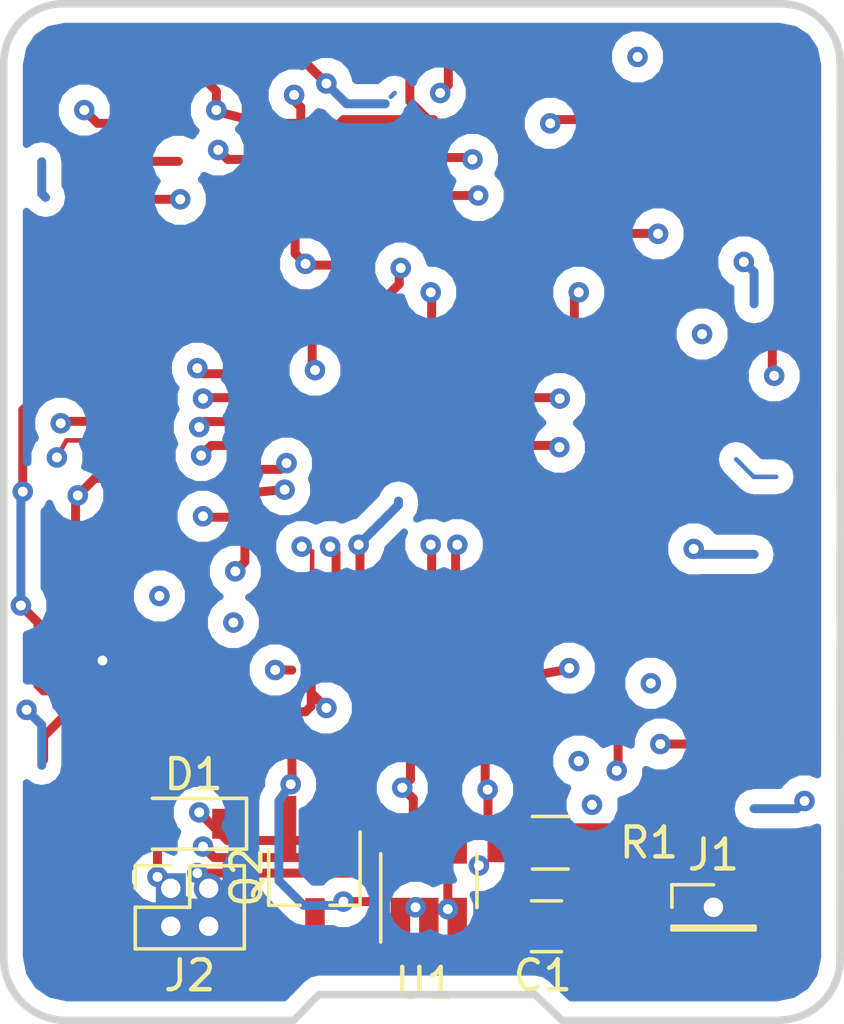
<source format=kicad_pcb>
(kicad_pcb (version 4) (host pcbnew 4.0.5)

  (general
    (links 14)
    (no_connects 13)
    (area 101.218844 54.355999 129.463801 88.620601)
    (thickness 1.6002)
    (drawings 12)
    (tracks 417)
    (zones 0)
    (modules 7)
    (nets 8)
  )

  (page A4)
  (layers
    (0 F.Cu signal hide)
    (31 B.Cu signal hide)
    (34 B.Paste user)
    (35 F.Paste user)
    (36 B.SilkS user)
    (37 F.SilkS user)
    (38 B.Mask user)
    (39 F.Mask user)
    (44 Edge.Cuts user)
    (49 F.Fab user)
  )

  (setup
    (last_trace_width 0.1524)
    (user_trace_width 0.1524)
    (user_trace_width 0.2)
    (user_trace_width 0.3)
    (user_trace_width 0.4)
    (trace_clearance 0.1524)
    (zone_clearance 0.508)
    (zone_45_only no)
    (trace_min 0.1524)
    (segment_width 0.2)
    (edge_width 0.254)
    (via_size 0.6858)
    (via_drill 0.3302)
    (via_min_size 0.6858)
    (via_min_drill 0.3302)
    (uvia_size 0.762)
    (uvia_drill 0.508)
    (uvias_allowed no)
    (uvia_min_size 0.508)
    (uvia_min_drill 0.127)
    (pcb_text_width 0.3)
    (pcb_text_size 1.5 1.5)
    (mod_edge_width 0.15)
    (mod_text_size 1 1)
    (mod_text_width 0.15)
    (pad_size 2.2 2.2)
    (pad_drill 2.2)
    (pad_to_mask_clearance 0)
    (aux_axis_origin 0 0)
    (visible_elements 7FFFFFBF)
    (pcbplotparams
      (layerselection 0x010f0_80000007)
      (usegerberextensions true)
      (excludeedgelayer true)
      (linewidth 0.100000)
      (plotframeref false)
      (viasonmask false)
      (mode 1)
      (useauxorigin false)
      (hpglpennumber 1)
      (hpglpenspeed 20)
      (hpglpendiameter 15)
      (hpglpenoverlay 2)
      (psnegative false)
      (psa4output false)
      (plotreference true)
      (plotvalue true)
      (plotinvisibletext false)
      (padsonsilk false)
      (subtractmaskfromsilk false)
      (outputformat 1)
      (mirror false)
      (drillshape 0)
      (scaleselection 1)
      (outputdirectory ""))
  )

  (net 0 "")
  (net 1 "(+3.3)")
  (net 2 "(GND)")
  (net 3 "(+3.3V)")
  (net 4 STATUS)
  (net 5 "Net-(Q2-Pad2)")
  (net 6 "+3.3V(BATT)")
  (net 7 "+3.3V(REGUL)")

  (net_class Default "This is the default net class."
    (clearance 0.1524)
    (trace_width 0.1524)
    (via_dia 0.6858)
    (via_drill 0.3302)
    (uvia_dia 0.762)
    (uvia_drill 0.508)
    (add_net "(+3.3V)")
    (add_net "(GND)")
    (add_net "+3.3V(BATT)")
    (add_net "+3.3V(REGUL)")
    (add_net "Net-(Q2-Pad2)")
    (add_net STATUS)
  )

  (module Capacitors_SMD:C_0805_HandSoldering (layer F.Cu) (tedit 59C3238C) (tstamp 5904E235)
    (at 119.507 85.344 180)
    (descr "Capacitor SMD 0805, hand soldering")
    (tags "capacitor 0805")
    (path /59B4C8B6)
    (attr smd)
    (fp_text reference C1 (at 0.127 -1.651 180) (layer F.SilkS)
      (effects (font (size 1 1) (thickness 0.15)))
    )
    (fp_text value 10uF (at 17.526 8.001 180) (layer F.Fab)
      (effects (font (size 1 1) (thickness 0.15)))
    )
    (fp_text user %R (at 25.527 1.397 180) (layer F.Fab)
      (effects (font (size 1 1) (thickness 0.15)))
    )
    (fp_line (start -1 0.62) (end -1 -0.62) (layer F.Fab) (width 0.1))
    (fp_line (start 1 0.62) (end -1 0.62) (layer F.Fab) (width 0.1))
    (fp_line (start 1 -0.62) (end 1 0.62) (layer F.Fab) (width 0.1))
    (fp_line (start -1 -0.62) (end 1 -0.62) (layer F.Fab) (width 0.1))
    (fp_line (start 0.5 -0.85) (end -0.5 -0.85) (layer F.SilkS) (width 0.12))
    (fp_line (start -0.5 0.85) (end 0.5 0.85) (layer F.SilkS) (width 0.12))
    (fp_line (start -2.25 -0.88) (end 2.25 -0.88) (layer F.CrtYd) (width 0.05))
    (fp_line (start -2.25 -0.88) (end -2.25 0.87) (layer F.CrtYd) (width 0.05))
    (fp_line (start 2.25 0.87) (end 2.25 -0.88) (layer F.CrtYd) (width 0.05))
    (fp_line (start 2.25 0.87) (end -2.25 0.87) (layer F.CrtYd) (width 0.05))
    (pad 1 smd rect (at -1.25 0 180) (size 1.5 1.25) (layers F.Cu F.Paste F.Mask)
      (net 2 "(GND)"))
    (pad 2 smd rect (at 1.25 0 180) (size 1.5 1.25) (layers F.Cu F.Paste F.Mask)
      (net 3 "(+3.3V)"))
    (model Capacitors_SMD.3dshapes/C_0805.wrl
      (at (xyz 0 0 0))
      (scale (xyz 1 1 1))
      (rotate (xyz 0 0 0))
    )
  )

  (module Resistors_SMD:R_0805_HandSoldering (layer F.Cu) (tedit 59C32394) (tstamp 5904E29B)
    (at 119.634 82.55 180)
    (descr "Resistor SMD 0805, hand soldering")
    (tags "resistor 0805")
    (path /59B4BA57)
    (attr smd)
    (fp_text reference R1 (at -3.302 0 180) (layer F.SilkS)
      (effects (font (size 1 1) (thickness 0.15)))
    )
    (fp_text value 470K (at 1.016 -15.5575 180) (layer F.Fab)
      (effects (font (size 1 1) (thickness 0.15)))
    )
    (fp_text user %R (at -14.5415 -15.113 180) (layer F.Fab)
      (effects (font (size 1 1) (thickness 0.15)))
    )
    (fp_line (start -1 0.62) (end -1 -0.62) (layer F.Fab) (width 0.1))
    (fp_line (start 1 0.62) (end -1 0.62) (layer F.Fab) (width 0.1))
    (fp_line (start 1 -0.62) (end 1 0.62) (layer F.Fab) (width 0.1))
    (fp_line (start -1 -0.62) (end 1 -0.62) (layer F.Fab) (width 0.1))
    (fp_line (start 0.6 0.88) (end -0.6 0.88) (layer F.SilkS) (width 0.12))
    (fp_line (start -0.6 -0.88) (end 0.6 -0.88) (layer F.SilkS) (width 0.12))
    (fp_line (start -2.35 -0.9) (end 2.35 -0.9) (layer F.CrtYd) (width 0.05))
    (fp_line (start -2.35 -0.9) (end -2.35 0.9) (layer F.CrtYd) (width 0.05))
    (fp_line (start 2.35 0.9) (end 2.35 -0.9) (layer F.CrtYd) (width 0.05))
    (fp_line (start 2.35 0.9) (end -2.35 0.9) (layer F.CrtYd) (width 0.05))
    (pad 1 smd rect (at -1.35 0 180) (size 1.5 1.3) (layers F.Cu F.Paste F.Mask)
      (net 3 "(+3.3V)"))
    (pad 2 smd rect (at 1.35 0 180) (size 1.5 1.3) (layers F.Cu F.Paste F.Mask)
      (net 4 STATUS))
    (model Resistors_SMD.3dshapes/R_0805.wrl
      (at (xyz 0 0 0))
      (scale (xyz 1 1 1))
      (rotate (xyz 0 0 0))
    )
  )

  (module TO_SOT_Packages_SMD:TSOT-23_HandSoldering (layer F.Cu) (tedit 59C323FE) (tstamp 59B5AB19)
    (at 111.76 83.693 270)
    (descr "5-pin TSOT23 package, http://cds.linear.com/docs/en/packaging/SOT_5_05-08-1635.pdf")
    (tags "TSOT-23 Hand-soldering")
    (path /59B4A871)
    (attr smd)
    (fp_text reference Q2 (at 0 2.286 270) (layer F.SilkS)
      (effects (font (size 1 1) (thickness 0.15)))
    )
    (fp_text value DMP1045U (at 13.462 6.477 360) (layer F.Fab)
      (effects (font (size 1 1) (thickness 0.15)))
    )
    (fp_line (start 0.95 0.5) (end 0.95 1.55) (layer F.SilkS) (width 0.12))
    (fp_line (start 0.95 1.55) (end -0.9 1.55) (layer F.SilkS) (width 0.12))
    (fp_line (start 0.95 -1.5) (end 0.95 -0.5) (layer F.SilkS) (width 0.12))
    (fp_line (start 0.93 -1.51) (end -1.5 -1.51) (layer F.SilkS) (width 0.12))
    (fp_line (start -0.88 -1) (end -0.43 -1.45) (layer F.Fab) (width 0.1))
    (fp_line (start 0.88 -1.45) (end -0.43 -1.45) (layer F.Fab) (width 0.1))
    (fp_line (start -0.88 -1) (end -0.88 1.45) (layer F.Fab) (width 0.1))
    (fp_line (start 0.88 1.45) (end -0.88 1.45) (layer F.Fab) (width 0.1))
    (fp_line (start 0.88 -1.45) (end 0.88 1.45) (layer F.Fab) (width 0.1))
    (fp_line (start -2.96 -1.7) (end 2.96 -1.7) (layer F.CrtYd) (width 0.05))
    (fp_line (start -2.96 -1.7) (end -2.96 1.7) (layer F.CrtYd) (width 0.05))
    (fp_line (start 2.96 1.7) (end 2.96 -1.7) (layer F.CrtYd) (width 0.05))
    (fp_line (start 2.96 1.7) (end -2.96 1.7) (layer F.CrtYd) (width 0.05))
    (pad 1 smd rect (at -1.71 -0.95 270) (size 2 0.65) (layers F.Cu F.Paste F.Mask)
      (net 3 "(+3.3V)"))
    (pad 2 smd rect (at -1.71 0.95 270) (size 2 0.65) (layers F.Cu F.Paste F.Mask)
      (net 5 "Net-(Q2-Pad2)"))
    (pad 3 smd rect (at 1.71 0 270) (size 2 0.65) (layers F.Cu F.Paste F.Mask)
      (net 6 "+3.3V(BATT)"))
  )

  (module TO_SOT_Packages_SMD:SOT-23-6_Handsoldering (layer F.Cu) (tedit 59C32410) (tstamp 59B5AB1A)
    (at 115.57 83.82 90)
    (descr "6-pin SOT-23 package, Handsoldering")
    (tags "SOT-23-6 Handsoldering")
    (path /59B4A8C1)
    (attr smd)
    (fp_text reference U1 (at -3.429 -0.127 180) (layer F.SilkS)
      (effects (font (size 1 1) (thickness 0.15)))
    )
    (fp_text value LTC4412 (at -3.048 -11.049 180) (layer F.Fab)
      (effects (font (size 1 1) (thickness 0.15)))
    )
    (fp_line (start -0.9 1.61) (end 0.9 1.61) (layer F.SilkS) (width 0.12))
    (fp_line (start 0.9 -1.61) (end -2.05 -1.61) (layer F.SilkS) (width 0.12))
    (fp_line (start -2.4 1.8) (end -2.4 -1.8) (layer F.CrtYd) (width 0.05))
    (fp_line (start 2.4 1.8) (end -2.4 1.8) (layer F.CrtYd) (width 0.05))
    (fp_line (start 2.4 -1.8) (end 2.4 1.8) (layer F.CrtYd) (width 0.05))
    (fp_line (start -2.4 -1.8) (end 2.4 -1.8) (layer F.CrtYd) (width 0.05))
    (fp_line (start -0.9 -0.9) (end -0.25 -1.55) (layer F.Fab) (width 0.1))
    (fp_line (start 0.9 -1.55) (end -0.25 -1.55) (layer F.Fab) (width 0.1))
    (fp_line (start -0.9 -0.9) (end -0.9 1.55) (layer F.Fab) (width 0.1))
    (fp_line (start 0.9 1.55) (end -0.9 1.55) (layer F.Fab) (width 0.1))
    (fp_line (start 0.9 -1.55) (end 0.9 1.55) (layer F.Fab) (width 0.1))
    (pad 1 smd rect (at -1.35 -0.95 90) (size 1.56 0.65) (layers F.Cu F.Paste F.Mask)
      (net 6 "+3.3V(BATT)"))
    (pad 2 smd rect (at -1.35 0 90) (size 1.56 0.65) (layers F.Cu F.Paste F.Mask)
      (net 2 "(GND)"))
    (pad 3 smd rect (at -1.35 0.95 90) (size 1.56 0.65) (layers F.Cu F.Paste F.Mask)
      (net 2 "(GND)"))
    (pad 4 smd rect (at 1.35 0.95 90) (size 1.56 0.65) (layers F.Cu F.Paste F.Mask)
      (net 4 STATUS))
    (pad 6 smd rect (at 1.35 -0.95 90) (size 1.56 0.65) (layers F.Cu F.Paste F.Mask)
      (net 7 "+3.3V(REGUL)"))
    (pad 5 smd rect (at 1.35 0 90) (size 1.56 0.65) (layers F.Cu F.Paste F.Mask)
      (net 5 "Net-(Q2-Pad2)"))
    (model TO_SOT_Packages_SMD.3dshapes/SOT-23-6.wrl
      (at (xyz 0 0 0))
      (scale (xyz 1 1 1))
      (rotate (xyz 0 0 0))
    )
  )

  (module Diodes_SMD:D_SOD-323_HandSoldering (layer F.Cu) (tedit 59C324DD) (tstamp 59C324B2)
    (at 107.569 81.915 180)
    (descr SOD-323)
    (tags SOD-323)
    (path /59C31D6B)
    (attr smd)
    (fp_text reference D1 (at -0.127 1.651 180) (layer F.SilkS)
      (effects (font (size 1 1) (thickness 0.15)))
    )
    (fp_text value ZLLS410 (at 5.715 -14.859 180) (layer F.Fab)
      (effects (font (size 1 1) (thickness 0.15)))
    )
    (fp_line (start -1.9 -0.85) (end -1.9 0.85) (layer F.SilkS) (width 0.12))
    (fp_line (start 0.2 0) (end 0.45 0) (layer F.Fab) (width 0.1))
    (fp_line (start 0.2 0.35) (end -0.3 0) (layer F.Fab) (width 0.1))
    (fp_line (start 0.2 -0.35) (end 0.2 0.35) (layer F.Fab) (width 0.1))
    (fp_line (start -0.3 0) (end 0.2 -0.35) (layer F.Fab) (width 0.1))
    (fp_line (start -0.3 0) (end -0.5 0) (layer F.Fab) (width 0.1))
    (fp_line (start -0.3 -0.35) (end -0.3 0.35) (layer F.Fab) (width 0.1))
    (fp_line (start -0.9 0.7) (end -0.9 -0.7) (layer F.Fab) (width 0.1))
    (fp_line (start 0.9 0.7) (end -0.9 0.7) (layer F.Fab) (width 0.1))
    (fp_line (start 0.9 -0.7) (end 0.9 0.7) (layer F.Fab) (width 0.1))
    (fp_line (start -0.9 -0.7) (end 0.9 -0.7) (layer F.Fab) (width 0.1))
    (fp_line (start -2 -0.95) (end 2 -0.95) (layer F.CrtYd) (width 0.05))
    (fp_line (start 2 -0.95) (end 2 0.95) (layer F.CrtYd) (width 0.05))
    (fp_line (start -2 0.95) (end 2 0.95) (layer F.CrtYd) (width 0.05))
    (fp_line (start -2 -0.95) (end -2 0.95) (layer F.CrtYd) (width 0.05))
    (fp_line (start -1.9 0.85) (end 1.25 0.85) (layer F.SilkS) (width 0.12))
    (fp_line (start -1.9 -0.85) (end 1.25 -0.85) (layer F.SilkS) (width 0.12))
    (pad 1 smd rect (at -1.25 0 180) (size 1 1) (layers F.Cu F.Paste F.Mask)
      (net 3 "(+3.3V)"))
    (pad 2 smd rect (at 1.25 0 180) (size 1 1) (layers F.Cu F.Paste F.Mask)
      (net 7 "+3.3V(REGUL)"))
    (model Diodes_SMD.3dshapes/D_SOD-323.wrl
      (at (xyz 0 0 0))
      (scale (xyz 1 1 1))
      (rotate (xyz 0 0 180))
    )
  )

  (module Pin_Headers:Pin_Header_Straight_1x01_Pitch1.27mm (layer F.Cu) (tedit 59C46A14) (tstamp 59C46A04)
    (at 125.095 84.709)
    (descr "Through hole straight pin header, 1x01, 1.27mm pitch, single row")
    (tags "Through hole pin header THT 1x01 1.27mm single row")
    (path /59C46A57)
    (fp_text reference J1 (at 0 -1.755) (layer F.SilkS)
      (effects (font (size 1 1) (thickness 0.15)))
    )
    (fp_text value CONN_01X01 (at 9.017 4.445) (layer F.Fab)
      (effects (font (size 1 1) (thickness 0.15)))
    )
    (fp_line (start -1.27 -0.635) (end -1.27 0.635) (layer F.Fab) (width 0.1))
    (fp_line (start -1.27 0.635) (end 1.27 0.635) (layer F.Fab) (width 0.1))
    (fp_line (start 1.27 0.635) (end 1.27 -0.635) (layer F.Fab) (width 0.1))
    (fp_line (start 1.27 -0.635) (end -1.27 -0.635) (layer F.Fab) (width 0.1))
    (fp_line (start -1.39 0.635) (end -1.39 0.755) (layer F.SilkS) (width 0.12))
    (fp_line (start -1.39 0.755) (end 1.39 0.755) (layer F.SilkS) (width 0.12))
    (fp_line (start 1.39 0.755) (end 1.39 0.635) (layer F.SilkS) (width 0.12))
    (fp_line (start 1.39 0.635) (end -1.39 0.635) (layer F.SilkS) (width 0.12))
    (fp_line (start -1.39 0) (end -1.39 -0.755) (layer F.SilkS) (width 0.12))
    (fp_line (start -1.39 -0.755) (end 0 -0.755) (layer F.SilkS) (width 0.12))
    (fp_line (start -1.6 -0.9) (end -1.6 0.9) (layer F.CrtYd) (width 0.05))
    (fp_line (start -1.6 0.9) (end 1.6 0.9) (layer F.CrtYd) (width 0.05))
    (fp_line (start 1.6 0.9) (end 1.6 -0.9) (layer F.CrtYd) (width 0.05))
    (fp_line (start 1.6 -0.9) (end -1.6 -0.9) (layer F.CrtYd) (width 0.05))
    (pad 1 thru_hole rect (at 0 0) (size 1 1) (drill 0.65) (layers *.Cu *.Mask)
      (net 2 "(GND)"))
    (model Pin_Headers.3dshapes/Pin_Header_Straight_1x01_Pitch1.27mm.wrl
      (at (xyz 0 0 0))
      (scale (xyz 1 1 1))
      (rotate (xyz 0 0 0))
    )
  )

  (module Pin_Headers:Pin_Header_Straight_2x02_Pitch1.27mm (layer F.Cu) (tedit 59C46A7D) (tstamp 59C46A0F)
    (at 106.934 84.074)
    (descr "Through hole straight pin header, 2x02, 1.27mm pitch, double rows")
    (tags "Through hole pin header THT 2x02 1.27mm double row")
    (path /59C46A16)
    (fp_text reference J2 (at 0.635 2.921) (layer F.SilkS)
      (effects (font (size 1 1) (thickness 0.15)))
    )
    (fp_text value CONN_02X02 (at 29.337 -0.635) (layer F.Fab)
      (effects (font (size 1 1) (thickness 0.15)))
    )
    (fp_line (start -1.07 -0.635) (end -1.07 1.905) (layer F.Fab) (width 0.1))
    (fp_line (start -1.07 1.905) (end 2.34 1.905) (layer F.Fab) (width 0.1))
    (fp_line (start 2.34 1.905) (end 2.34 -0.635) (layer F.Fab) (width 0.1))
    (fp_line (start 2.34 -0.635) (end -1.07 -0.635) (layer F.Fab) (width 0.1))
    (fp_line (start -1.19 0.635) (end -1.19 2.025) (layer F.SilkS) (width 0.12))
    (fp_line (start -1.19 2.025) (end 2.46 2.025) (layer F.SilkS) (width 0.12))
    (fp_line (start 2.46 2.025) (end 2.46 -0.755) (layer F.SilkS) (width 0.12))
    (fp_line (start 2.46 -0.755) (end 0.635 -0.755) (layer F.SilkS) (width 0.12))
    (fp_line (start 0.635 -0.755) (end 0.635 0.635) (layer F.SilkS) (width 0.12))
    (fp_line (start 0.635 0.635) (end -1.19 0.635) (layer F.SilkS) (width 0.12))
    (fp_line (start -1.19 0) (end -1.19 -0.755) (layer F.SilkS) (width 0.12))
    (fp_line (start -1.19 -0.755) (end 0 -0.755) (layer F.SilkS) (width 0.12))
    (fp_line (start -1.4 -0.9) (end -1.4 2.2) (layer F.CrtYd) (width 0.05))
    (fp_line (start -1.4 2.2) (end 2.6 2.2) (layer F.CrtYd) (width 0.05))
    (fp_line (start 2.6 2.2) (end 2.6 -0.9) (layer F.CrtYd) (width 0.05))
    (fp_line (start 2.6 -0.9) (end -1.4 -0.9) (layer F.CrtYd) (width 0.05))
    (pad 1 thru_hole rect (at 0 0) (size 1 1) (drill 0.65) (layers *.Cu *.Mask)
      (net 7 "+3.3V(REGUL)"))
    (pad 2 thru_hole oval (at 1.27 0) (size 1 1) (drill 0.65) (layers *.Cu *.Mask)
      (net 3 "(+3.3V)"))
    (pad 3 thru_hole oval (at 0 1.27) (size 1 1) (drill 0.65) (layers *.Cu *.Mask)
      (net 6 "+3.3V(BATT)"))
    (pad 4 thru_hole oval (at 1.27 1.27) (size 1 1) (drill 0.65) (layers *.Cu *.Mask)
      (net 4 STATUS))
    (model Pin_Headers.3dshapes/Pin_Header_Straight_2x02_Pitch1.27mm.wrl
      (at (xyz 0 0 0))
      (scale (xyz 1 1 1))
      (rotate (xyz 0 0 0))
    )
  )

  (gr_arc (start 103.4288 86.4108) (end 103.4034 88.4936) (angle 89.30130562) (layer Edge.Cuts) (width 0.254))
  (gr_arc (start 127.28194 86.42858) (end 129.3368 86.44636) (angle 88.09506312) (layer Edge.Cuts) (width 0.254))
  (gr_arc (start 127.3556 56.4642) (end 127.3556 54.483) (angle 90) (layer Edge.Cuts) (width 0.254))
  (gr_line (start 101.346 56.4642) (end 101.346 86.4108) (angle 90) (layer Edge.Cuts) (width 0.254))
  (gr_arc (start 103.3272 56.4642) (end 101.346 56.4642) (angle 90) (layer Edge.Cuts) (width 0.254))
  (gr_line (start 120.0404 88.4936) (end 127.33274 88.4936) (angle 90) (layer Edge.Cuts) (width 0.254))
  (gr_line (start 119.126 87.63) (end 120.015 88.483) (angle 90) (layer Edge.Cuts) (width 0.254))
  (gr_line (start 111.9124 87.63) (end 119.126 87.63) (angle 90) (layer Edge.Cuts) (width 0.254))
  (gr_line (start 111.0615 88.483) (end 111.887 87.63) (angle 90) (layer Edge.Cuts) (width 0.254))
  (gr_line (start 103.4034 88.4936) (end 111.0488 88.4936) (angle 90) (layer Edge.Cuts) (width 0.254))
  (gr_line (start 103.3272 54.483) (end 127.3556 54.483) (angle 90) (layer Edge.Cuts) (width 0.254))
  (gr_line (start 129.33426 86.44382) (end 129.3368 56.4642) (angle 90) (layer Edge.Cuts) (width 0.254))

  (segment (start 102.616 59.768) (end 102.616 60.833) (width 0.3) (layer B.Cu) (net 0))
  (segment (start 102.616 60.833) (end 102.743 60.96) (width 0.3) (layer B.Cu) (net 0) (tstamp 59173F47))
  (segment (start 110.824 56.261) (end 111.252 56.261) (width 0.3) (layer F.Cu) (net 0))
  (segment (start 111.252 56.261) (end 112.141 57.15) (width 0.3) (layer F.Cu) (net 0) (tstamp 59B55608))
  (via (at 112.141 57.15) (size 0.6858) (drill 0.3302) (layers F.Cu B.Cu) (net 0))
  (segment (start 112.141 57.15) (end 112.8195 57.8285) (width 0.3) (layer B.Cu) (net 0) (tstamp 59B5561E))
  (segment (start 112.8195 57.8285) (end 114.1095 57.8285) (width 0.3) (layer B.Cu) (net 0) (tstamp 59B5561F))
  (segment (start 106.4895 79.776) (end 106.4895 79.4385) (width 0.3) (layer F.Cu) (net 0))
  (segment (start 106.4895 79.4385) (end 107.696 78.232) (width 0.3) (layer F.Cu) (net 0) (tstamp 59126650))
  (segment (start 108.919 79.455) (end 107.696 78.232) (width 0.3) (layer F.Cu) (net 0) (tstamp 5912664E))
  (segment (start 108.966 79.455) (end 108.919 79.455) (width 0.3) (layer F.Cu) (net 0))
  (segment (start 116.2215 56.261) (end 116.2215 57.197) (width 0.3) (layer F.Cu) (net 0))
  (via (at 115.951 57.4675) (size 0.6858) (drill 0.3302) (layers F.Cu B.Cu) (net 0))
  (segment (start 116.2215 57.197) (end 115.951 57.4675) (width 0.3) (layer F.Cu) (net 0) (tstamp 59126633))
  (segment (start 115.7275 62.1665) (end 114.7445 62.1665) (width 0.3) (layer F.Cu) (net 0))
  (segment (start 114.7445 62.1665) (end 113.304 60.726) (width 0.3) (layer F.Cu) (net 0) (tstamp 590F95C1))
  (segment (start 113.304 60.726) (end 113.157 60.726) (width 0.3) (layer F.Cu) (net 0) (tstamp 590F95C4))
  (segment (start 111.0945 61.0235) (end 112.669 61.0235) (width 0.3) (layer F.Cu) (net 0))
  (segment (start 112.669 61.0235) (end 112.9665 60.726) (width 0.3) (layer F.Cu) (net 0) (tstamp 590F85E5))
  (segment (start 114.865 73.9095) (end 114.865 75.5585) (width 0.3) (layer F.Cu) (net 0))
  (segment (start 114.865 75.5585) (end 114.8715 75.565) (width 0.3) (layer F.Cu) (net 0) (tstamp 590E0DF7))
  (segment (start 106.8105 79.455) (end 106.4895 79.776) (width 0.3) (layer F.Cu) (net 0) (tstamp 590E0D4B))
  (segment (start 114.3 57.5945) (end 114.427 57.4675) (width 0.1524) (layer B.Cu) (net 0) (tstamp 590F86C8))
  (segment (start 126.443 70.309) (end 127.196 70.309) (width 0.1524) (layer B.Cu) (net 0) (tstamp 590FBBA5))
  (segment (start 127.0635 65.6425) (end 127.0635 66.8655) (width 0.3) (layer F.Cu) (net 0))
  (via (at 127.127 66.929) (size 0.6858) (drill 0.3302) (layers F.Cu B.Cu) (net 0))
  (segment (start 127.0635 66.8655) (end 127.127 66.929) (width 0.3) (layer F.Cu) (net 0) (tstamp 59173EEE))
  (segment (start 110.983 76.775) (end 110.4115 76.7565) (width 0.3) (layer F.Cu) (net 0))
  (via (at 110.4265 76.7715) (size 0.6858) (drill 0.3302) (layers F.Cu B.Cu) (net 0))
  (segment (start 110.4115 76.7565) (end 110.4265 76.7715) (width 0.3) (layer F.Cu) (net 0) (tstamp 590F886F))
  (segment (start 113.265 73.9095) (end 113.265 72.625) (width 0.3) (layer F.Cu) (net 0))
  (segment (start 113.2205 72.5805) (end 114.554 71.247) (width 0.3) (layer B.Cu) (net 0) (tstamp 590E0D14))
  (via (at 113.2205 72.5805) (size 0.6858) (drill 0.3302) (layers F.Cu B.Cu) (net 0))
  (segment (start 113.265 72.625) (end 113.2205 72.5805) (width 0.3) (layer F.Cu) (net 0) (tstamp 590E0D0F))
  (segment (start 114.554 71.247) (end 114.554 71.12) (width 0.3) (layer B.Cu) (net 0) (tstamp 590E0D15))
  (segment (start 111.0945 62.2935) (end 111.0945 62.8345) (width 0.3) (layer F.Cu) (net 0))
  (segment (start 111.486 63.226) (end 111.4425 63.1825) (width 0.3) (layer F.Cu) (net 0) (tstamp 590E0BDC))
  (via (at 111.4425 63.1825) (size 0.6858) (drill 0.3302) (layers F.Cu B.Cu) (net 0))
  (segment (start 111.486 63.226) (end 112.9665 63.226) (width 0.3) (layer F.Cu) (net 0))
  (segment (start 111.0945 62.8345) (end 111.4425 63.1825) (width 0.3) (layer F.Cu) (net 0) (tstamp 590E0BF7))
  (segment (start 115.665 65.4095) (end 115.665 64.1665) (width 0.3) (layer F.Cu) (net 0))
  (via (at 115.6335 64.135) (size 0.6858) (drill 0.3302) (layers F.Cu B.Cu) (net 0))
  (segment (start 115.665 64.1665) (end 115.6335 64.135) (width 0.3) (layer F.Cu) (net 0) (tstamp 590E0BCA))
  (segment (start 105.6945 59.7535) (end 107.188 59.7535) (width 0.3) (layer F.Cu) (net 0))
  (segment (start 103.748 72.888) (end 103.748 71.004) (width 0.3) (layer F.Cu) (net 0))
  (segment (start 104.394 70.358) (end 103.8225 70.9295) (width 0.3) (layer F.Cu) (net 0) (tstamp 590D274D))
  (via (at 103.8225 70.9295) (size 0.6858) (drill 0.3302) (layers F.Cu B.Cu) (net 0))
  (segment (start 104.394 70.358) (end 105.283 70.358) (width 0.3) (layer F.Cu) (net 0))
  (segment (start 103.748 71.004) (end 103.8225 70.9295) (width 0.3) (layer F.Cu) (net 0) (tstamp 590D2769))
  (segment (start 121.1275 58.3565) (end 119.761 58.3565) (width 0.3) (layer F.Cu) (net 0))
  (via (at 119.634 58.4835) (size 0.6858) (drill 0.3302) (layers F.Cu B.Cu) (net 0))
  (segment (start 119.761 58.3565) (end 119.634 58.4835) (width 0.3) (layer F.Cu) (net 0) (tstamp 590D26F2))
  (segment (start 125.857 69.723) (end 126.443 70.309) (width 0.1524) (layer B.Cu) (net 0) (tstamp 590FBBA4))
  (segment (start 114.065 73.9095) (end 114.065 76.0285) (width 0.3) (layer F.Cu) (net 0))
  (segment (start 114.32 76.2835) (end 114.32 77.1525) (width 0.3) (layer F.Cu) (net 0) (tstamp 590F985A))
  (segment (start 114.065 76.0285) (end 114.32 76.2835) (width 0.3) (layer F.Cu) (net 0) (tstamp 590F9857))
  (segment (start 114.065 76.8975) (end 114.32 77.1525) (width 0.3) (layer F.Cu) (net 0) (tstamp 590F96CB))
  (segment (start 109.415 72.4595) (end 109.415 73.1475) (width 0.3) (layer F.Cu) (net 0))
  (segment (start 103.4415 69.088) (end 105.283 69.088) (width 0.1524) (layer F.Cu) (net 0) (tstamp 590F9174))
  (segment (start 103.124 69.6595) (end 103.4415 69.088) (width 0.1524) (layer F.Cu) (net 0) (tstamp 590F9173))
  (via (at 103.124 69.6595) (size 0.6858) (drill 0.3302) (layers F.Cu B.Cu) (net 0))
  (segment (start 103.0605 69.596) (end 103.124 69.6595) (width 0.3) (layer In1.Cu) (net 0) (tstamp 590F915B))
  (segment (start 103.0605 72.771) (end 103.0605 69.596) (width 0.3) (layer In1.Cu) (net 0) (tstamp 590F9157))
  (segment (start 103.6955 73.406) (end 103.0605 72.771) (width 0.3) (layer In1.Cu) (net 0) (tstamp 590F9153))
  (segment (start 109.0295 73.406) (end 103.6955 73.406) (width 0.3) (layer In1.Cu) (net 0) (tstamp 590F914C))
  (segment (start 109.093 73.4695) (end 109.0295 73.406) (width 0.3) (layer In1.Cu) (net 0) (tstamp 590F914B))
  (via (at 109.093 73.4695) (size 0.6858) (drill 0.3302) (layers F.Cu B.Cu) (net 0))
  (segment (start 109.415 73.1475) (end 109.093 73.4695) (width 0.3) (layer F.Cu) (net 0) (tstamp 590F9138))
  (segment (start 109.415 71.6595) (end 108.045 71.6595) (width 0.3) (layer F.Cu) (net 0))
  (segment (start 103.3145 68.453) (end 105.283 68.453) (width 0.3) (layer F.Cu) (net 0) (tstamp 590F922A))
  (segment (start 103.251 68.5165) (end 103.3145 68.453) (width 0.3) (layer F.Cu) (net 0) (tstamp 590F9229))
  (via (at 103.251 68.5165) (size 0.6858) (drill 0.3302) (layers F.Cu B.Cu) (net 0))
  (segment (start 104.521 69.7865) (end 103.251 68.5165) (width 0.3) (layer In1.Cu) (net 0) (tstamp 590F9211))
  (segment (start 104.521 72.3265) (end 104.521 69.7865) (width 0.3) (layer In1.Cu) (net 0) (tstamp 590F9207))
  (segment (start 104.902 72.7075) (end 104.521 72.3265) (width 0.3) (layer In1.Cu) (net 0) (tstamp 590F9204))
  (segment (start 106.934 72.7075) (end 104.902 72.7075) (width 0.3) (layer In1.Cu) (net 0) (tstamp 590F91FE))
  (segment (start 108.0135 71.628) (end 106.934 72.7075) (width 0.3) (layer In1.Cu) (net 0) (tstamp 590F91FD))
  (via (at 108.0135 71.628) (size 0.6858) (drill 0.3302) (layers F.Cu B.Cu) (net 0))
  (segment (start 108.045 71.6595) (end 108.0135 71.628) (width 0.3) (layer F.Cu) (net 0) (tstamp 590F91EC))
  (segment (start 115.665 73.9095) (end 115.665 72.739) (width 0.3) (layer F.Cu) (net 0))
  (segment (start 115.665 72.739) (end 115.6335 72.5805) (width 0.3) (layer F.Cu) (net 0) (tstamp 590FA326))
  (via (at 115.6335 72.5805) (size 0.6858) (drill 0.3302) (layers F.Cu B.Cu) (net 0))
  (segment (start 115.6335 72.5805) (end 116.2685 73.37425) (width 0.3) (layer In1.Cu) (net 0) (tstamp 590FA332))
  (segment (start 116.2685 73.37425) (end 116.2685 83.566) (width 0.3) (layer In1.Cu) (net 0) (tstamp 590FA333))
  (segment (start 116.2685 83.566) (end 116.9035 84.201) (width 0.3) (layer In1.Cu) (net 0) (tstamp 590FA34B))
  (segment (start 116.9035 84.201) (end 123.825 84.201) (width 0.3) (layer In1.Cu) (net 0) (tstamp 590FA352))
  (segment (start 107.823 66.675) (end 105.156 66.675) (width 0.3) (layer In1.Cu) (net 0))
  (segment (start 111.031 59.69) (end 108.839 59.69) (width 0.3) (layer F.Cu) (net 0) (tstamp 590F8FB1))
  (segment (start 108.5215 59.3725) (end 108.839 59.69) (width 0.3) (layer F.Cu) (net 0) (tstamp 590F8FB0))
  (via (at 108.5215 59.3725) (size 0.6858) (drill 0.3302) (layers F.Cu B.Cu) (net 0))
  (segment (start 108.0135 58.8645) (end 108.5215 59.3725) (width 0.3) (layer In1.Cu) (net 0) (tstamp 590F8FA4))
  (segment (start 106.1085 58.8645) (end 108.0135 58.8645) (width 0.3) (layer In1.Cu) (net 0) (tstamp 590F8FA0))
  (segment (start 104.8385 60.1345) (end 106.1085 58.8645) (width 0.3) (layer In1.Cu) (net 0) (tstamp 590F8F9B))
  (segment (start 104.8385 63.4365) (end 104.8385 60.1345) (width 0.3) (layer In1.Cu) (net 0) (tstamp 590F8F94))
  (via (at 107.823 66.675) (size 0.6858) (drill 0.3302) (layers F.Cu B.Cu) (net 0))
  (segment (start 108.0075 66.8595) (end 107.823 66.675) (width 0.3) (layer F.Cu) (net 0) (tstamp 590F8F85))
  (segment (start 108.0075 66.8595) (end 109.415 66.8595) (width 0.3) (layer F.Cu) (net 0))
  (segment (start 104.8385 66.3575) (end 104.8385 63.4365) (width 0.3) (layer In1.Cu) (net 0) (tstamp 59173FFF))
  (segment (start 105.156 66.675) (end 104.8385 66.3575) (width 0.3) (layer In1.Cu) (net 0) (tstamp 59173FFE))
  (segment (start 111.031 59.69) (end 111.0945 59.7535) (width 0.1524) (layer F.Cu) (net 0) (tstamp 590F8FB3))
  (segment (start 109.415 66.8595) (end 108.833 66.8595) (width 0.1524) (layer F.Cu) (net 0))
  (segment (start 110.9675 59.8805) (end 111.0945 59.7535) (width 0.1524) (layer F.Cu) (net 0) (tstamp 590F8D8F))
  (segment (start 111.0945 59.7535) (end 111.8235 59.7535) (width 0.1524) (layer F.Cu) (net 0))
  (segment (start 111.8235 59.7535) (end 112.395 59.182) (width 0.3) (layer F.Cu) (net 0) (tstamp 590F8660))
  (segment (start 112.7125 58.3565) (end 115.7275 58.3565) (width 0.3) (layer F.Cu) (net 0) (tstamp 590F8673))
  (segment (start 112.395 58.674) (end 112.7125 58.3565) (width 0.3) (layer F.Cu) (net 0) (tstamp 590F8669))
  (segment (start 112.395 59.182) (end 112.395 58.674) (width 0.3) (layer F.Cu) (net 0) (tstamp 590F8665))
  (segment (start 115.7275 58.3565) (end 115.7275 58.5394) (width 0.1524) (layer F.Cu) (net 0))
  (segment (start 115.7275 58.5394) (end 114.935 57.7469) (width 0.3) (layer F.Cu) (net 0) (tstamp 590F859C))
  (segment (start 114.935 57.7469) (end 114.935 56.642) (width 0.3) (layer F.Cu) (net 0) (tstamp 590F85A1))
  (segment (start 114.935 56.642) (end 114.554 56.261) (width 0.3) (layer F.Cu) (net 0) (tstamp 590F85A4))
  (segment (start 114.554 56.261) (end 113.5215 56.261) (width 0.3) (layer F.Cu) (net 0) (tstamp 590F85A6))
  (segment (start 108.458 57.404) (end 108.458 58.039) (width 0.3) (layer F.Cu) (net 0) (tstamp 59B555C2))
  (segment (start 108.124 57.07) (end 108.458 57.404) (width 0.3) (layer F.Cu) (net 0) (tstamp 59B555BA))
  (segment (start 108.124 56.261) (end 108.124 57.07) (width 0.3) (layer F.Cu) (net 0))
  (segment (start 108.0135 67.691) (end 104.521 67.691) (width 0.3) (layer In1.Cu) (net 0))
  (segment (start 110.0455 58.4835) (end 108.5215 58.1025) (width 0.3) (layer F.Cu) (net 0) (tstamp 590F8EEA))
  (segment (start 108.458 58.039) (end 108.5215 58.1025) (width 0.3) (layer F.Cu) (net 0) (tstamp 590F8EE9))
  (via (at 108.458 58.039) (size 0.6858) (drill 0.3302) (layers F.Cu B.Cu) (net 0))
  (segment (start 105.664 58.039) (end 108.458 58.039) (width 0.3) (layer In1.Cu) (net 0) (tstamp 590F8EDE))
  (segment (start 104.14 59.6265) (end 105.664 58.039) (width 0.3) (layer In1.Cu) (net 0) (tstamp 590F8ED8))
  (segment (start 104.14 63.8175) (end 104.14 59.6265) (width 0.3) (layer In1.Cu) (net 0) (tstamp 590F8ECD))
  (via (at 108.0135 67.691) (size 0.6858) (drill 0.3302) (layers F.Cu B.Cu) (net 0))
  (segment (start 108.045 67.6595) (end 108.0135 67.691) (width 0.3) (layer F.Cu) (net 0) (tstamp 590F8EBB))
  (segment (start 108.045 67.6595) (end 109.415 67.6595) (width 0.3) (layer F.Cu) (net 0))
  (segment (start 104.14 67.31) (end 104.14 63.8175) (width 0.3) (layer In1.Cu) (net 0) (tstamp 59173FD3))
  (segment (start 104.521 67.691) (end 104.14 67.31) (width 0.3) (layer In1.Cu) (net 0) (tstamp 59173FD2))
  (segment (start 111.285 58.4835) (end 111.285 57.9425) (width 0.3) (layer F.Cu) (net 0))
  (segment (start 116.967 59.6265) (end 115.7275 59.6265) (width 0.3) (layer F.Cu) (net 0) (tstamp 5912663F))
  (segment (start 117.0305 59.69) (end 116.967 59.6265) (width 0.3) (layer F.Cu) (net 0) (tstamp 5912663E))
  (via (at 117.0305 59.69) (size 0.6858) (drill 0.3302) (layers F.Cu B.Cu) (net 0))
  (segment (start 113.2205 59.69) (end 117.0305 59.69) (width 0.3) (layer In2.Cu) (net 0) (tstamp 5912663B))
  (segment (start 111.0615 57.531) (end 113.2205 59.69) (width 0.3) (layer In2.Cu) (net 0) (tstamp 5912663A))
  (via (at 111.0615 57.531) (size 0.6858) (drill 0.3302) (layers F.Cu B.Cu) (net 0))
  (segment (start 111.0615 57.719) (end 111.0615 57.531) (width 0.3) (layer F.Cu) (net 0) (tstamp 59126638))
  (segment (start 111.285 57.9425) (end 111.0615 57.719) (width 0.3) (layer F.Cu) (net 0) (tstamp 59126637))
  (segment (start 111.0945 58.4835) (end 110.0455 58.4835) (width 0.3) (layer F.Cu) (net 0))
  (segment (start 111.76 66.7385) (end 112.6871 66.7385) (width 0.3) (layer In2.Cu) (net 0))
  (segment (start 111.665 65.4095) (end 111.665 66.6435) (width 0.3) (layer F.Cu) (net 0))
  (via (at 111.76 66.7385) (size 0.6858) (drill 0.3302) (layers F.Cu B.Cu) (net 0))
  (segment (start 111.665 66.6435) (end 111.76 66.7385) (width 0.3) (layer F.Cu) (net 0) (tstamp 590FBB2A))
  (segment (start 125.4252 63.119) (end 126.111 63.119) (width 0.3) (layer In2.Cu) (net 0) (tstamp 59839F0F))
  (segment (start 122.7582 65.786) (end 125.4252 63.119) (width 0.3) (layer In2.Cu) (net 0) (tstamp 59839F07))
  (segment (start 113.6396 65.786) (end 122.7582 65.786) (width 0.3) (layer In2.Cu) (net 0) (tstamp 59839F00))
  (segment (start 112.6871 66.7385) (end 113.6396 65.786) (width 0.3) (layer In2.Cu) (net 0) (tstamp 59839EF5))
  (segment (start 126.454 63.462) (end 126.454 64.519) (width 0.3) (layer B.Cu) (net 0) (tstamp 59173EE3))
  (segment (start 126.0475 63.0555) (end 126.111 63.119) (width 0.3) (layer In2.Cu) (net 0) (tstamp 59173EE0))
  (via (at 126.111 63.119) (size 0.6858) (drill 0.3302) (layers F.Cu B.Cu) (net 0))
  (segment (start 126.111 63.119) (end 126.454 63.462) (width 0.3) (layer B.Cu) (net 0) (tstamp 59173EE2))
  (segment (start 117.915 69.2595) (end 119.8817 69.2595) (width 0.3) (layer F.Cu) (net 0))
  (segment (start 119.8817 69.2595) (end 119.9388 69.3166) (width 0.3) (layer F.Cu) (net 0) (tstamp 59826669))
  (segment (start 120.5992 70.866) (end 120.5992 69.977) (width 0.3) (layer In2.Cu) (net 0))
  (segment (start 124.6154 72.901) (end 124.4346 72.7202) (width 0.3) (layer B.Cu) (net 0) (tstamp 5982657A))
  (via (at 124.4346 72.7202) (size 0.6858) (drill 0.3302) (layers F.Cu B.Cu) (net 0))
  (segment (start 124.4346 72.7202) (end 124.3076 72.5932) (width 0.3) (layer In2.Cu) (net 0) (tstamp 5982658F))
  (segment (start 124.3076 72.5932) (end 121.1326 72.5932) (width 0.3) (layer In2.Cu) (net 0) (tstamp 59826590))
  (segment (start 121.1326 72.5932) (end 120.5992 72.0598) (width 0.3) (layer In2.Cu) (net 0) (tstamp 5982659D))
  (segment (start 120.5992 72.0598) (end 120.5992 70.866) (width 0.3) (layer In2.Cu) (net 0) (tstamp 598265A5))
  (segment (start 126.454 72.901) (end 124.6154 72.901) (width 0.3) (layer B.Cu) (net 0))
  (segment (start 119.9388 69.3166) (end 119.888 69.2658) (width 0.3) (layer B.Cu) (net 0) (tstamp 5982661F))
  (via (at 119.9388 69.3166) (size 0.6858) (drill 0.3302) (layers F.Cu B.Cu) (net 0))
  (segment (start 120.5992 69.977) (end 119.9388 69.3166) (width 0.3) (layer In2.Cu) (net 0) (tstamp 59826609))
  (segment (start 110.363 63.881) (end 114.0714 63.881) (width 0.3) (layer In1.Cu) (net 0))
  (segment (start 110.363 63.881) (end 107.569 61.087) (width 0.3) (layer In1.Cu) (net 0) (tstamp 590F9683))
  (segment (start 107.569 61.087) (end 107.315 61.087) (width 0.3) (layer In1.Cu) (net 0) (tstamp 590F9684))
  (segment (start 107.315 61.087) (end 107.2515 61.0235) (width 0.3) (layer In1.Cu) (net 0) (tstamp 590F968E))
  (via (at 107.2515 61.0235) (size 0.6858) (drill 0.3302) (layers F.Cu B.Cu) (net 0))
  (segment (start 105.885 61.0235) (end 107.2515 61.0235) (width 0.3) (layer F.Cu) (net 0) (tstamp 590F969A))
  (segment (start 114.065 64.37) (end 114.065 65.4095) (width 0.3) (layer F.Cu) (net 0) (tstamp 59839F82))
  (segment (start 114.5794 63.8556) (end 114.065 64.37) (width 0.3) (layer F.Cu) (net 0) (tstamp 59839F78))
  (segment (start 114.5794 63.373) (end 114.5794 63.8556) (width 0.3) (layer F.Cu) (net 0) (tstamp 59839F6F))
  (segment (start 114.6302 63.3222) (end 114.5794 63.373) (width 0.3) (layer F.Cu) (net 0) (tstamp 59839F6E))
  (via (at 114.6302 63.3222) (size 0.6858) (drill 0.3302) (layers F.Cu B.Cu) (net 0))
  (segment (start 114.0714 63.881) (end 114.6302 63.3222) (width 0.3) (layer In1.Cu) (net 0) (tstamp 59839F5A))
  (segment (start 117.915 67.6595) (end 119.92 67.6595) (width 0.3) (layer F.Cu) (net 0))
  (segment (start 119.92 67.6595) (end 119.9515 67.691) (width 0.3) (layer F.Cu) (net 0) (tstamp 590FA966))
  (via (at 119.9515 67.691) (size 0.6858) (drill 0.3302) (layers F.Cu B.Cu) (net 0))
  (segment (start 119.9515 67.691) (end 120.015 67.6275) (width 0.3) (layer In1.Cu) (net 0) (tstamp 590FA975))
  (segment (start 120.015 67.6275) (end 121.92 67.6275) (width 0.3) (layer In1.Cu) (net 0) (tstamp 590FA976))
  (segment (start 121.92 67.6275) (end 124.0155 65.532) (width 0.3) (layer In1.Cu) (net 0) (tstamp 590FA97C))
  (segment (start 124.0155 65.532) (end 124.714 65.532) (width 0.3) (layer In1.Cu) (net 0) (tstamp 590FA982))
  (via (at 124.714 65.532) (size 0.6858) (drill 0.3302) (layers F.Cu B.Cu) (net 0))
  (segment (start 124.714 65.532) (end 124.7345 65.5115) (width 0.3) (layer F.Cu) (net 0) (tstamp 590FA996))
  (segment (start 124.7345 65.5115) (end 124.7775 65.5115) (width 0.1524) (layer F.Cu) (net 0) (tstamp 590FA997))
  (segment (start 125.1585 67.7115) (end 125.306 67.7115) (width 0.3) (layer F.Cu) (net 0))
  (segment (start 125.306 67.7115) (end 125.937 68.3425) (width 0.3) (layer F.Cu) (net 0) (tstamp 590E0B53))
  (segment (start 125.937 68.3425) (end 127.0635 68.3425) (width 0.3) (layer F.Cu) (net 0) (tstamp 590E0B56))
  (segment (start 123.2408 62.1792) (end 123.2408 56.9468) (width 0.3) (layer In2.Cu) (net 0))
  (segment (start 122.555 56.261) (end 122.508 56.261) (width 0.3) (layer F.Cu) (net 0) (tstamp 599B832A))
  (via (at 122.555 56.261) (size 0.6858) (drill 0.3302) (layers F.Cu B.Cu) (net 0))
  (segment (start 123.2408 56.9468) (end 122.555 56.261) (width 0.3) (layer In2.Cu) (net 0) (tstamp 599B8317))
  (segment (start 105.885 58.4835) (end 104.4829 58.4835) (width 0.3) (layer F.Cu) (net 0))
  (segment (start 123.2281 62.1665) (end 121.1275 62.1665) (width 0.3) (layer F.Cu) (net 0) (tstamp 599B8273))
  (segment (start 123.2408 62.1792) (end 123.2281 62.1665) (width 0.3) (layer F.Cu) (net 0) (tstamp 599B8272))
  (via (at 123.2408 62.1792) (size 0.6858) (drill 0.3302) (layers F.Cu B.Cu) (net 0))
  (segment (start 107.0356 62.1792) (end 123.2408 62.1792) (width 0.3) (layer In2.Cu) (net 0) (tstamp 599B824C))
  (segment (start 105.8672 61.0108) (end 107.0356 62.1792) (width 0.3) (layer In2.Cu) (net 0) (tstamp 599B8248))
  (segment (start 105.8672 59.8678) (end 105.8672 61.0108) (width 0.3) (layer In2.Cu) (net 0) (tstamp 599B8231))
  (segment (start 104.0384 58.039) (end 105.8672 59.8678) (width 0.3) (layer In2.Cu) (net 0) (tstamp 599B8230))
  (via (at 104.0384 58.039) (size 0.6858) (drill 0.3302) (layers F.Cu B.Cu) (net 0))
  (segment (start 104.4829 58.4835) (end 104.0384 58.039) (width 0.3) (layer F.Cu) (net 0) (tstamp 599B8227))
  (segment (start 103.6115 76.5175) (end 104.5845 76.5175) (width 0.3) (layer F.Cu) (net 0))
  (segment (start 104.648 76.454) (end 104.648 76.5175) (width 0.3) (layer In1.Cu) (net 0) (tstamp 590F9334))
  (via (at 104.648 76.454) (size 0.6858) (drill 0.3302) (layers F.Cu B.Cu) (net 0))
  (segment (start 104.5845 76.5175) (end 104.648 76.454) (width 0.3) (layer F.Cu) (net 0) (tstamp 590F932D))
  (segment (start 102.677 77.4675) (end 103.6115 77.4675) (width 0.3) (layer F.Cu) (net 0) (tstamp 590F930F))
  (segment (start 102.489 77.2795) (end 102.677 77.4675) (width 0.3) (layer F.Cu) (net 0) (tstamp 590F930D))
  (segment (start 102.489 75.7555) (end 102.489 77.2795) (width 0.3) (layer F.Cu) (net 0) (tstamp 590F930B))
  (segment (start 105.283 67.818) (end 104.14 67.818) (width 0.3) (layer F.Cu) (net 0))
  (segment (start 102.489 75.184) (end 102.489 75.7555) (width 0.3) (layer F.Cu) (net 0) (tstamp 590F9467))
  (segment (start 101.9175 74.6125) (end 102.489 75.184) (width 0.3) (layer F.Cu) (net 0) (tstamp 590F9466))
  (via (at 101.9175 74.6125) (size 0.6858) (drill 0.3302) (layers F.Cu B.Cu) (net 0))
  (segment (start 101.9175 70.866) (end 101.9175 74.6125) (width 0.3) (layer B.Cu) (net 0) (tstamp 590F9458))
  (segment (start 101.981 70.8025) (end 101.9175 70.866) (width 0.3) (layer B.Cu) (net 0) (tstamp 590F9457))
  (via (at 101.981 70.8025) (size 0.6858) (drill 0.3302) (layers F.Cu B.Cu) (net 0))
  (segment (start 101.981 68.072) (end 101.981 70.8025) (width 0.3) (layer F.Cu) (net 0) (tstamp 590F944E))
  (segment (start 102.6795 67.3735) (end 101.981 68.072) (width 0.3) (layer F.Cu) (net 0) (tstamp 590F9446))
  (segment (start 103.6955 67.3735) (end 102.6795 67.3735) (width 0.3) (layer F.Cu) (net 0) (tstamp 590F9443))
  (segment (start 104.14 67.818) (end 103.6955 67.3735) (width 0.3) (layer F.Cu) (net 0) (tstamp 590F9441))
  (segment (start 105.8115 77.4675) (end 105.6665 77.4675) (width 0.3) (layer F.Cu) (net 0))
  (segment (start 105.6665 77.4675) (end 104.775 78.359) (width 0.3) (layer F.Cu) (net 0) (tstamp 590F960E))
  (segment (start 104.775 78.359) (end 103.3145 78.359) (width 0.3) (layer F.Cu) (net 0) (tstamp 590F9611))
  (segment (start 103.3145 78.359) (end 102.6795 78.994) (width 0.3) (layer F.Cu) (net 0) (tstamp 590F9617))
  (segment (start 102.6795 78.994) (end 102.6795 79.776) (width 0.3) (layer F.Cu) (net 0) (tstamp 590F961C))
  (segment (start 103.6115 75.5675) (end 102.677 75.5675) (width 0.3) (layer F.Cu) (net 0))
  (segment (start 102.677 75.5675) (end 102.489 75.7555) (width 0.3) (layer F.Cu) (net 0) (tstamp 590F9309))
  (segment (start 116.465 65.4095) (end 117.7445 65.4095) (width 0.3) (layer F.Cu) (net 0))
  (segment (start 117.7445 65.4095) (end 117.9395 65.2145) (width 0.3) (layer F.Cu) (net 0) (tstamp 590E0BAE))
  (segment (start 120.4395 65.2145) (end 120.4395 64.282) (width 0.3) (layer F.Cu) (net 0))
  (via (at 120.5865 64.135) (size 0.6858) (drill 0.3302) (layers F.Cu B.Cu) (net 0))
  (segment (start 120.4395 64.282) (end 120.5865 64.135) (width 0.3) (layer F.Cu) (net 0) (tstamp 590E0B8F))
  (segment (start 118.745 74.5055) (end 119.781 74.5055) (width 0.3) (layer F.Cu) (net 0))
  (segment (start 119.781 74.5055) (end 120.269 74.9935) (width 0.3) (layer F.Cu) (net 0) (tstamp 590FA062))
  (segment (start 116.465 73.9095) (end 116.465 72.4595) (width 0.3) (layer F.Cu) (net 0))
  (segment (start 118.11 85.471) (end 123.825 85.471) (width 0.3) (layer In2.Cu) (net 0) (tstamp 590FA39C))
  (segment (start 117.3226 84.709) (end 118.11 85.471) (width 0.3) (layer In2.Cu) (net 0) (tstamp 590FA394))
  (segment (start 117.3099 83.3755) (end 117.3226 84.709) (width 0.3) (layer In2.Cu) (net 0) (tstamp 590FA38F))
  (segment (start 117.2464 83.312) (end 117.3099 83.3755) (width 0.3) (layer In2.Cu) (net 0) (tstamp 590FA38E))
  (via (at 117.2464 83.312) (size 0.6858) (drill 0.3302) (layers F.Cu B.Cu) (net 0))
  (segment (start 116.84 82.804) (end 117.2464 83.312) (width 0.3) (layer In1.Cu) (net 0) (tstamp 590FA371))
  (segment (start 116.84 72.5805) (end 116.84 82.804) (width 0.3) (layer In1.Cu) (net 0) (tstamp 590FA367))
  (segment (start 116.5225 72.5805) (end 116.84 72.5805) (width 0.3) (layer In1.Cu) (net 0) (tstamp 590FA366))
  (via (at 116.5225 72.5805) (size 0.6858) (drill 0.3302) (layers F.Cu B.Cu) (net 0))
  (segment (start 116.465 72.4595) (end 116.5225 72.5805) (width 0.3) (layer F.Cu) (net 0) (tstamp 590FA35D))
  (segment (start 115.7275 60.8965) (end 117.221 60.8965) (width 0.3) (layer F.Cu) (net 0))
  (via (at 117.221 60.8965) (size 0.6858) (drill 0.3302) (layers F.Cu B.Cu) (net 0))
  (segment (start 117.221 60.8965) (end 119.1895 62.865) (width 0.3) (layer In1.Cu) (net 0) (tstamp 590FA8C5))
  (segment (start 119.1895 62.865) (end 119.1895 78.4225) (width 0.3) (layer In1.Cu) (net 0) (tstamp 590FA8C6))
  (segment (start 119.1895 78.4225) (end 120.5865 79.8195) (width 0.3) (layer In1.Cu) (net 0) (tstamp 590FA902))
  (via (at 120.5865 79.8195) (size 0.6858) (drill 0.3302) (layers F.Cu B.Cu) (net 0))
  (segment (start 120.5865 79.8195) (end 118.8085 78.0415) (width 0.3) (layer In2.Cu) (net 0) (tstamp 590FA91C))
  (segment (start 118.8085 78.0415) (end 112.141 78.0415) (width 0.3) (layer In2.Cu) (net 0) (tstamp 590FA91D))
  (via (at 112.141 78.0415) (size 0.6858) (drill 0.3302) (layers F.Cu B.Cu) (net 0))
  (segment (start 112.141 78.0415) (end 111.633 77.5335) (width 0.3) (layer F.Cu) (net 0) (tstamp 590FA93E))
  (segment (start 111.633 77.5335) (end 111.633 76.775) (width 0.3) (layer F.Cu) (net 0) (tstamp 590FA93F))
  (segment (start 108.966 76.755) (end 108.966 77.978) (width 0.3) (layer F.Cu) (net 0))
  (segment (start 108.966 77.978) (end 109.1565 78.1685) (width 0.3) (layer F.Cu) (net 0) (tstamp 590F88F0))
  (segment (start 109.1565 78.1685) (end 111.4425 78.1685) (width 0.3) (layer F.Cu) (net 0) (tstamp 590F88F7))
  (segment (start 111.4425 78.1685) (end 111.633 77.978) (width 0.3) (layer F.Cu) (net 0) (tstamp 590F88FD))
  (segment (start 111.633 77.978) (end 111.633 76.775) (width 0.3) (layer F.Cu) (net 0) (tstamp 590F8903))
  (segment (start 118.8212 69.85) (end 110.8075 69.85) (width 0.3) (layer In2.Cu) (net 0) (tstamp 598264C8))
  (segment (start 119.9134 70.9422) (end 118.8212 69.85) (width 0.3) (layer In2.Cu) (net 0) (tstamp 598264BE))
  (segment (start 119.9134 73.914) (end 119.9134 70.9422) (width 0.3) (layer In2.Cu) (net 0) (tstamp 598264AE))
  (segment (start 120.9802 74.9808) (end 119.9134 73.914) (width 0.3) (layer In2.Cu) (net 0) (tstamp 598264AA))
  (segment (start 127.508 74.9808) (end 120.9802 74.9808) (width 0.3) (layer In2.Cu) (net 0) (tstamp 598264A3))
  (segment (start 128.143 75.6158) (end 127.508 74.9808) (width 0.3) (layer In2.Cu) (net 0) (tstamp 5982649C))
  (segment (start 128.143 81.153) (end 128.143 75.6158) (width 0.3) (layer In2.Cu) (net 0))
  (via (at 128.143 81.153) (size 0.6858) (drill 0.3302) (layers F.Cu B.Cu) (net 0))
  (segment (start 127.886 81.41) (end 128.143 81.153) (width 0.3) (layer B.Cu) (net 0) (tstamp 59173F3B))
  (segment (start 126.454 81.41) (end 127.886 81.41) (width 0.3) (layer B.Cu) (net 0))
  (segment (start 110.598 70.0595) (end 109.415 70.0595) (width 0.3) (layer F.Cu) (net 0))
  (via (at 110.8075 69.85) (size 0.6858) (drill 0.3302) (layers F.Cu B.Cu) (net 0))
  (segment (start 110.598 70.0595) (end 110.8075 69.85) (width 0.3) (layer F.Cu) (net 0) (tstamp 590FBBC0))
  (segment (start 121.8565 80.137) (end 121.8565 82.296) (width 0.3) (layer In2.Cu) (net 0))
  (segment (start 121.9035 79.248) (end 121.9035 80.09) (width 0.3) (layer F.Cu) (net 0))
  (via (at 121.8565 80.137) (size 0.6858) (drill 0.3302) (layers F.Cu B.Cu) (net 0))
  (segment (start 121.9035 80.09) (end 121.8565 80.137) (width 0.3) (layer F.Cu) (net 0) (tstamp 5912661B))
  (segment (start 121.8565 82.296) (end 121.539 82.6135) (width 0.3) (layer In2.Cu) (net 0) (tstamp 59126626))
  (segment (start 116.6495 82.6135) (end 121.539 82.6135) (width 0.3) (layer In2.Cu) (net 0) (tstamp 590FA4F1))
  (segment (start 121.539 82.6135) (end 121.8565 82.6135) (width 0.3) (layer In2.Cu) (net 0) (tstamp 59126629))
  (segment (start 122.3645 82.931) (end 123.825 82.931) (width 0.3) (layer In2.Cu) (net 0) (tstamp 590FA500))
  (segment (start 122.047 82.6135) (end 122.3645 82.931) (width 0.3) (layer In2.Cu) (net 0) (tstamp 590FA4FF))
  (segment (start 121.8565 82.6135) (end 122.047 82.6135) (width 0.3) (layer In2.Cu) (net 0) (tstamp 59126621))
  (segment (start 111.3155 72.644) (end 111.3155 75.8825) (width 0.3) (layer In2.Cu) (net 0))
  (segment (start 111.3155 75.8825) (end 112.903 77.47) (width 0.3) (layer In2.Cu) (net 0) (tstamp 59126654))
  (segment (start 112.903 77.47) (end 122.7455 77.47) (width 0.3) (layer In2.Cu) (net 0) (tstamp 59126656))
  (segment (start 122.7455 77.47) (end 122.9995 77.216) (width 0.3) (layer In2.Cu) (net 0) (tstamp 59126658))
  (via (at 122.9995 77.216) (size 0.6858) (drill 0.3302) (layers F.Cu B.Cu) (net 0))
  (segment (start 122.9995 77.216) (end 122.9795 77.216) (width 0.3) (layer F.Cu) (net 0) (tstamp 5912665A))
  (segment (start 111.665 73.9095) (end 111.665 72.803) (width 0.1524) (layer F.Cu) (net 0))
  (segment (start 111.665 72.803) (end 111.3155 72.644) (width 0.1524) (layer F.Cu) (net 0) (tstamp 590FA48B))
  (via (at 111.3155 72.644) (size 0.6858) (drill 0.3302) (layers F.Cu B.Cu) (net 0))
  (segment (start 111.3155 72.644) (end 111.3155 75.438) (width 0.3) (layer In1.Cu) (net 0) (tstamp 590FA49A))
  (segment (start 111.3155 75.438) (end 112.903 77.0255) (width 0.3) (layer In1.Cu) (net 0) (tstamp 590FA49B))
  (segment (start 112.903 77.0255) (end 112.903 80.645) (width 0.3) (layer In1.Cu) (net 0) (tstamp 590FA4A3))
  (segment (start 112.903 80.645) (end 114.173 81.915) (width 0.3) (layer In1.Cu) (net 0) (tstamp 590FA4AD))
  (segment (start 114.173 81.915) (end 115.1255 82.931) (width 0.3) (layer In1.Cu) (net 0) (tstamp 590FA4C1))
  (segment (start 115.1255 82.931) (end 115.1255 84.709) (width 0.3) (layer In1.Cu) (net 0) (tstamp 590FA4CF))
  (via (at 115.1255 84.709) (size 0.6858) (drill 0.3302) (layers F.Cu B.Cu) (net 0))
  (segment (start 115.1255 84.709) (end 115.8875 83.947) (width 0.3) (layer In2.Cu) (net 0) (tstamp 590FA4DD))
  (segment (start 115.8875 83.947) (end 115.8875 83.3755) (width 0.3) (layer In2.Cu) (net 0) (tstamp 590FA4DE))
  (segment (start 115.8875 83.3755) (end 116.6495 82.6135) (width 0.3) (layer In2.Cu) (net 0) (tstamp 590FA4ED))
  (segment (start 109.0295 75.184) (end 107.6325 75.184) (width 0.3) (layer In1.Cu) (net 0))
  (segment (start 107.6325 75.184) (end 107.1245 75.692) (width 0.3) (layer In1.Cu) (net 0) (tstamp 591266BD))
  (segment (start 107.1245 75.692) (end 107.1245 81.788) (width 0.3) (layer In1.Cu) (net 0) (tstamp 591266BE))
  (segment (start 113.55 82.5888) (end 113.55 81.923) (width 0.3) (layer F.Cu) (net 0))
  (segment (start 108.0135 82.677) (end 107.1245 81.788) (width 0.3) (layer In1.Cu) (net 0) (tstamp 590FA61E))
  (via (at 108.0135 82.677) (size 0.6858) (drill 0.3302) (layers F.Cu B.Cu) (net 0))
  (segment (start 108.3818 83.0453) (end 108.0135 82.677) (width 0.3) (layer F.Cu) (net 0) (tstamp 590FA612))
  (segment (start 113.0935 83.0453) (end 108.3818 83.0453) (width 0.3) (layer F.Cu) (net 0) (tstamp 590FA60A))
  (segment (start 113.55 82.5888) (end 113.0935 83.0453) (width 0.3) (layer F.Cu) (net 0) (tstamp 590FA600))
  (segment (start 108.0705 68.4595) (end 109.415 68.4595) (width 0.3) (layer F.Cu) (net 0) (tstamp 590FA674))
  (via (at 109.0295 75.184) (size 0.6858) (drill 0.3302) (layers F.Cu B.Cu) (net 0))
  (segment (start 109.0295 75.184) (end 108.712 75.057) (width 0.3) (layer In2.Cu) (net 0) (tstamp 590FA648))
  (segment (start 108.712 75.057) (end 105.9815 75.057) (width 0.3) (layer In2.Cu) (net 0) (tstamp 590FA649))
  (segment (start 105.9815 75.057) (end 105.156 74.2315) (width 0.3) (layer In2.Cu) (net 0) (tstamp 590FA64F))
  (segment (start 105.156 74.2315) (end 105.156 69.2785) (width 0.3) (layer In2.Cu) (net 0) (tstamp 590FA655))
  (segment (start 105.156 69.2785) (end 105.791 68.6435) (width 0.3) (layer In2.Cu) (net 0) (tstamp 590FA65B))
  (segment (start 105.791 68.6435) (end 107.8865 68.6435) (width 0.3) (layer In2.Cu) (net 0) (tstamp 590FA660))
  (via (at 107.8865 68.6435) (size 0.6858) (drill 0.3302) (layers F.Cu B.Cu) (net 0))
  (segment (start 107.8865 68.6435) (end 108.0705 68.4595) (width 0.3) (layer F.Cu) (net 0) (tstamp 590FA673))
  (segment (start 108.9025 75.311) (end 109.0295 75.184) (width 0.1524) (layer In1.Cu) (net 0) (tstamp 590FA63E))
  (segment (start 114.05 81.923) (end 114.05 82.7365) (width 0.3) (layer F.Cu) (net 0))
  (segment (start 110.7375 70.7325) (end 109.415 70.8595) (width 0.3) (layer F.Cu) (net 0) (tstamp 590FA5C8))
  (segment (start 110.744 70.739) (end 110.7375 70.7325) (width 0.3) (layer F.Cu) (net 0) (tstamp 590FA5C7))
  (via (at 110.744 70.739) (size 0.6858) (drill 0.3302) (layers F.Cu B.Cu) (net 0))
  (segment (start 107.188 70.739) (end 110.744 70.739) (width 0.3) (layer In2.Cu) (net 0) (tstamp 590FA5B9))
  (segment (start 106.553 71.374) (end 107.188 70.739) (width 0.3) (layer In2.Cu) (net 0) (tstamp 590FA5AE))
  (segment (start 106.553 74.295) (end 106.553 71.374) (width 0.3) (layer In2.Cu) (net 0) (tstamp 590FA5AD))
  (via (at 106.553 74.295) (size 0.6858) (drill 0.3302) (layers F.Cu B.Cu) (net 0))
  (segment (start 106.553 82.296) (end 106.553 74.295) (width 0.3) (layer In1.Cu) (net 0) (tstamp 590FA582))
  (segment (start 107.823 83.566) (end 106.553 82.296) (width 0.3) (layer In1.Cu) (net 0) (tstamp 590FA581))
  (via (at 107.823 83.566) (size 0.6858) (drill 0.3302) (layers F.Cu B.Cu) (net 0))
  (segment (start 113.2205 83.566) (end 107.823 83.566) (width 0.3) (layer F.Cu) (net 0) (tstamp 590FA560))
  (segment (start 114.05 82.7365) (end 113.2205 83.566) (width 0.3) (layer F.Cu) (net 0) (tstamp 590FA556))
  (segment (start 120.2255 76.7515) (end 120.269 76.708) (width 0.3) (layer F.Cu) (net 0) (tstamp 590E0C92))
  (via (at 120.269 76.708) (size 0.6858) (drill 0.3302) (layers F.Cu B.Cu) (net 0))
  (segment (start 120.2255 76.7515) (end 118.745 77.0055) (width 0.3) (layer F.Cu) (net 0))
  (segment (start 116.82 77.1525) (end 118.598 77.1525) (width 0.3) (layer F.Cu) (net 0))
  (segment (start 118.598 77.1525) (end 118.745 77.0055) (width 0.3) (layer F.Cu) (net 0) (tstamp 590E0C8B))
  (segment (start 102.616 79.961) (end 102.616 78.613) (width 0.3) (layer B.Cu) (net 0))
  (segment (start 109.347 79.248) (end 118.745 79.248) (width 0.3) (layer In2.Cu) (net 0) (tstamp 59173F50))
  (segment (start 118.745 79.248) (end 120.777 81.28) (width 0.3) (layer In2.Cu) (net 0) (tstamp 59173F52))
  (segment (start 120.777 81.28) (end 121.031 81.28) (width 0.3) (layer In2.Cu) (net 0) (tstamp 59173F54))
  (via (at 121.031 81.28) (size 0.6858) (drill 0.3302) (layers F.Cu B.Cu) (net 0))
  (segment (start 121.031 81.28) (end 122.428 81.28) (width 0.3) (layer In1.Cu) (net 0) (tstamp 59173F56))
  (segment (start 122.428 81.28) (end 123.317 80.391) (width 0.3) (layer In1.Cu) (net 0) (tstamp 59173F57))
  (segment (start 123.317 80.391) (end 123.317 79.248) (width 0.3) (layer In1.Cu) (net 0) (tstamp 59173F58))
  (via (at 123.317 79.248) (size 0.6858) (drill 0.3302) (layers F.Cu B.Cu) (net 0))
  (segment (start 123.317 79.248) (end 124.6035 79.248) (width 0.3) (layer F.Cu) (net 0) (tstamp 59173F5A))
  (segment (start 103.251 79.248) (end 109.347 79.248) (width 0.3) (layer In2.Cu) (net 0) (tstamp 59B55826))
  (segment (start 102.108 78.105) (end 103.251 79.248) (width 0.3) (layer In2.Cu) (net 0) (tstamp 59B55825))
  (via (at 102.108 78.105) (size 0.6858) (drill 0.3302) (layers F.Cu B.Cu) (net 0))
  (segment (start 102.616 78.613) (end 102.108 78.105) (width 0.3) (layer B.Cu) (net 0) (tstamp 59B55817))
  (via (at 116.205 84.7725) (size 0.6858) (drill 0.3302) (layers F.Cu B.Cu) (net 2))
  (segment (start 116.205 84.7725) (end 115.7605 84.328) (width 0.3) (layer In1.Cu) (net 2) (tstamp 590FA402))
  (segment (start 115.7605 84.328) (end 115.7605 82.804) (width 0.3) (layer In1.Cu) (net 2) (tstamp 590FA403))
  (segment (start 115.7605 82.804) (end 113.6015 80.645) (width 0.3) (layer In1.Cu) (net 2) (tstamp 590FA423))
  (segment (start 113.6015 80.645) (end 113.6015 76.708) (width 0.3) (layer In1.Cu) (net 2) (tstamp 590FA432))
  (segment (start 113.6015 76.708) (end 112.268 75.3745) (width 0.3) (layer In1.Cu) (net 2) (tstamp 590FA439))
  (segment (start 112.268 75.3745) (end 112.268 72.644) (width 0.3) (layer In1.Cu) (net 2) (tstamp 590FA43C))
  (via (at 112.268 72.644) (size 0.6858) (drill 0.3302) (layers F.Cu B.Cu) (net 2))
  (segment (start 112.268 72.644) (end 112.465 72.841) (width 0.3) (layer F.Cu) (net 2) (tstamp 590FA454))
  (segment (start 112.465 72.841) (end 112.465 73.9095) (width 0.3) (layer F.Cu) (net 2) (tstamp 590FA455))
  (segment (start 113.05 81.923) (end 113.05 82.0728) (width 0.3) (layer F.Cu) (net 3))
  (segment (start 113.05 82.0728) (end 112.649 82.4738) (width 0.3) (layer F.Cu) (net 3) (tstamp 5917953E))
  (segment (start 112.649 82.4738) (end 108.8263 82.4738) (width 0.3) (layer F.Cu) (net 3) (tstamp 59179547))
  (segment (start 107.8865 81.534) (end 107.8865 76.454) (width 0.3) (layer In1.Cu) (net 3))
  (segment (start 107.8865 76.454) (end 108.204 76.1365) (width 0.3) (layer In1.Cu) (net 3) (tstamp 591266C6))
  (segment (start 108.204 76.1365) (end 109.474 76.1365) (width 0.3) (layer In1.Cu) (net 3) (tstamp 591266C7))
  (segment (start 109.474 76.1365) (end 109.9185 75.692) (width 0.3) (layer In1.Cu) (net 3) (tstamp 591266C8))
  (segment (start 108.2865 69.2595) (end 109.415 69.2595) (width 0.3) (layer F.Cu) (net 3))
  (segment (start 109.9185 74.6125) (end 109.9185 75.692) (width 0.3) (layer In1.Cu) (net 3) (tstamp 590FA7A9))
  (segment (start 109.9185 74.295) (end 109.9185 74.6125) (width 0.3) (layer In1.Cu) (net 3) (tstamp 590FA7A2))
  (segment (start 109.9185 73.8505) (end 109.9185 74.295) (width 0.3) (layer In1.Cu) (net 3) (tstamp 590FA79F))
  (segment (start 109.9185 71.5645) (end 109.9185 73.8505) (width 0.3) (layer In1.Cu) (net 3) (tstamp 590FA790))
  (segment (start 107.95 69.596) (end 109.9185 71.5645) (width 0.3) (layer In1.Cu) (net 3) (tstamp 590FA78F))
  (via (at 107.95 69.596) (size 0.6858) (drill 0.3302) (layers F.Cu B.Cu) (net 3))
  (segment (start 108.2865 69.2595) (end 107.95 69.596) (width 0.3) (layer F.Cu) (net 3) (tstamp 590FA786))
  (via (at 107.8865 81.534) (size 0.6858) (drill 0.3302) (layers F.Cu B.Cu) (net 3))
  (segment (start 108.8263 82.4738) (end 107.8865 81.534) (width 0.3) (layer F.Cu) (net 3) (tstamp 590FA69D))
  (segment (start 107.8865 81.534) (end 107.95 81.4705) (width 0.1524) (layer In1.Cu) (net 3) (tstamp 590FA6B4))
  (segment (start 117.455 79.502) (end 117.455 80.6885) (width 0.3) (layer F.Cu) (net 4))
  (segment (start 117.55 80.7835) (end 117.5385 80.772) (width 0.3) (layer F.Cu) (net 4) (tstamp 590E0C43))
  (via (at 117.5385 80.772) (size 0.6858) (drill 0.3302) (layers F.Cu B.Cu) (net 4))
  (segment (start 117.55 80.7835) (end 117.55 81.923) (width 0.3) (layer F.Cu) (net 4))
  (segment (start 117.455 80.6885) (end 117.5385 80.772) (width 0.3) (layer F.Cu) (net 4) (tstamp 590E0C67))
  (segment (start 117.05 81.923) (end 117.55 81.923) (width 0.3) (layer F.Cu) (net 4))
  (segment (start 116.55 81.923) (end 116.55 82.586) (width 0.3) (layer F.Cu) (net 4))
  (segment (start 116.55 82.586) (end 116.205 82.931) (width 0.3) (layer F.Cu) (net 4) (tstamp 590FA3CD))
  (segment (start 116.205 82.931) (end 116.205 84.7725) (width 0.3) (layer F.Cu) (net 4) (tstamp 590FA3E8))
  (segment (start 115.55 82.951) (end 115.189 83.312) (width 0.3) (layer F.Cu) (net 5) (tstamp 59126652))
  (segment (start 115.55 81.923) (end 115.55 82.951) (width 0.3) (layer F.Cu) (net 5))
  (segment (start 115.05 81.923) (end 115.05 81.0775) (width 0.3) (layer F.Cu) (net 5))
  (segment (start 114.955 80.4345) (end 114.681 80.7085) (width 0.3) (layer F.Cu) (net 5) (tstamp 59126646))
  (via (at 114.681 80.7085) (size 0.6858) (drill 0.3302) (layers F.Cu B.Cu) (net 5))
  (segment (start 114.955 80.4345) (end 114.955 79.502) (width 0.3) (layer F.Cu) (net 5))
  (segment (start 115.05 81.0775) (end 114.681 80.7085) (width 0.3) (layer F.Cu) (net 5) (tstamp 5912664A))
  (segment (start 116.05 81.923) (end 115.55 81.923) (width 0.3) (layer F.Cu) (net 5))
  (segment (start 115.05 81.923) (end 115.55 81.923) (width 0.3) (layer F.Cu) (net 5))
  (segment (start 110.983 79.435) (end 110.9957 80.5457) (width 0.3) (layer F.Cu) (net 7) (tstamp 590F89E6))
  (segment (start 110.9472 80.5942) (end 110.9957 80.5457) (width 0.3) (layer F.Cu) (net 7) (tstamp 590F89E5))
  (via (at 110.9472 80.5942) (size 0.6858) (drill 0.3302) (layers F.Cu B.Cu) (net 7))
  (segment (start 110.5535 81.153) (end 110.9472 80.5942) (width 0.3) (layer B.Cu) (net 7) (tstamp 590F89DB))
  (segment (start 110.5535 83.82) (end 110.5535 81.153) (width 0.3) (layer B.Cu) (net 7) (tstamp 590F89D6))
  (segment (start 111.379 84.6455) (end 110.5535 83.82) (width 0.3) (layer B.Cu) (net 7) (tstamp 590F89D0))
  (segment (start 112.5855 84.6455) (end 111.379 84.6455) (width 0.3) (layer B.Cu) (net 7) (tstamp 590F89C3))
  (segment (start 112.7125 84.5185) (end 112.5855 84.6455) (width 0.3) (layer B.Cu) (net 7) (tstamp 590F89C2))
  (via (at 112.7125 84.5185) (size 0.6858) (drill 0.3302) (layers F.Cu B.Cu) (net 7))
  (segment (start 113.6015 84.5185) (end 112.7125 84.5185) (width 0.3) (layer F.Cu) (net 7) (tstamp 591795B7))
  (segment (start 114.55 83.57) (end 113.6015 84.5185) (width 0.3) (layer F.Cu) (net 7) (tstamp 591795AE))
  (segment (start 114.55 82.681) (end 114.55 83.57) (width 0.3) (layer F.Cu) (net 7))
  (segment (start 114.55 82.681) (end 114.55 81.923) (width 0.3) (layer F.Cu) (net 7))
  (segment (start 102.6795 82.276) (end 104.5845 82.276) (width 0.3) (layer F.Cu) (net 7))
  (segment (start 104.5845 82.276) (end 106.4895 82.276) (width 0.3) (layer F.Cu) (net 7) (tstamp 590D25B7))
  (segment (start 106.4895 82.276) (end 106.4895 83.693) (width 0.3) (layer F.Cu) (net 7) (tstamp 590D25B8))
  (via (at 106.4895 83.693) (size 0.6858) (drill 0.3302) (layers F.Cu B.Cu) (net 7))

  (zone (net 1) (net_name "(+3.3)") (layer F.Cu) (tstamp 590629B6) (hatch edge 0.508)
    (connect_pads (clearance 0.508))
    (min_thickness 0.254)
    (fill yes (arc_segments 16) (thermal_gap 0.508) (thermal_bridge_width 0.508))
    (polygon
      (pts
        (xy 132.08 91.44) (xy 99.06 91.44) (xy 99.06 50.8) (xy 132.08 50.8)
      )
    )
  )
  (zone (net 2) (net_name "(GND)") (layer B.Cu) (tstamp 590629CE) (hatch edge 0.508)
    (connect_pads (clearance 0.508))
    (min_thickness 0.254)
    (fill yes (arc_segments 16) (thermal_gap 0.508) (thermal_bridge_width 0.508))
    (polygon
      (pts
        (xy 134.62 93.98) (xy 96.52 93.98) (xy 96.52 48.26) (xy 134.62 48.26)
      )
    )
    (filled_polygon
      (pts
        (xy 127.816454 55.351598) (xy 128.207149 55.612651) (xy 128.468202 56.003346) (xy 128.574794 56.539218) (xy 128.572783 80.272607)
        (xy 128.33837 80.17527) (xy 127.949337 80.174931) (xy 127.589788 80.323493) (xy 127.31446 80.598341) (xy 127.30339 80.625)
        (xy 126.454 80.625) (xy 126.153594 80.684755) (xy 125.898921 80.854921) (xy 125.728755 81.109594) (xy 125.669 81.41)
        (xy 125.728755 81.710406) (xy 125.898921 81.965079) (xy 126.153594 82.135245) (xy 126.454 82.195) (xy 127.886 82.195)
        (xy 128.186407 82.135245) (xy 128.192844 82.130944) (xy 128.336663 82.131069) (xy 128.572634 82.033568) (xy 128.572265 86.38017)
        (xy 128.45839 86.927851) (xy 128.177777 87.340052) (xy 127.755283 87.617097) (xy 127.202695 87.7316) (xy 120.332494 87.7316)
        (xy 119.653568 87.080167) (xy 119.534774 87.004294) (xy 119.417605 86.926004) (xy 119.409749 86.924441) (xy 119.402997 86.920129)
        (xy 119.26423 86.895496) (xy 119.126 86.868) (xy 111.9124 86.868) (xy 111.894033 86.871654) (xy 111.874517 86.868103)
        (xy 111.583902 86.930875) (xy 111.33943 87.100084) (xy 110.728274 87.7316) (xy 103.483144 87.7316) (xy 102.914328 87.611227)
        (xy 102.494107 87.32297) (xy 102.214868 86.893822) (xy 102.108 86.338898) (xy 102.108 83.886663) (xy 105.511431 83.886663)
        (xy 105.659993 84.246212) (xy 105.934841 84.52154) (xy 106.29413 84.67073) (xy 106.683163 84.671069) (xy 107.042712 84.522507)
        (xy 107.219707 84.345821) (xy 107.268341 84.39454) (xy 107.62763 84.54373) (xy 108.016663 84.544069) (xy 108.376212 84.395507)
        (xy 108.65154 84.120659) (xy 108.80073 83.76137) (xy 108.801069 83.372337) (xy 108.771881 83.301696) (xy 108.84204 83.231659)
        (xy 108.99123 82.87237) (xy 108.991569 82.483337) (xy 108.843007 82.123788) (xy 108.742331 82.022936) (xy 108.86423 81.72937)
        (xy 108.864569 81.340337) (xy 108.787164 81.153) (xy 109.7685 81.153) (xy 109.7685 83.82) (xy 109.828255 84.120407)
        (xy 109.998421 84.375079) (xy 110.823921 85.200579) (xy 111.078593 85.370745) (xy 111.379 85.4305) (xy 112.358835 85.4305)
        (xy 112.51713 85.49623) (xy 112.906163 85.496569) (xy 113.265712 85.348007) (xy 113.54104 85.073159) (xy 113.611836 84.902663)
        (xy 114.147431 84.902663) (xy 114.295993 85.262212) (xy 114.570841 85.53754) (xy 114.93013 85.68673) (xy 115.319163 85.687069)
        (xy 115.614431 85.565067) (xy 115.650341 85.60104) (xy 116.00963 85.75023) (xy 116.398663 85.750569) (xy 116.758212 85.602007)
        (xy 117.03354 85.327159) (xy 117.18273 84.96787) (xy 117.183069 84.578837) (xy 117.063617 84.289741) (xy 117.440063 84.290069)
        (xy 117.799612 84.141507) (xy 118.07494 83.866659) (xy 118.22413 83.50737) (xy 118.224469 83.118337) (xy 118.075907 82.758788)
        (xy 117.801059 82.48346) (xy 117.44177 82.33427) (xy 117.052737 82.333931) (xy 116.693188 82.482493) (xy 116.41786 82.757341)
        (xy 116.26867 83.11663) (xy 116.268331 83.505663) (xy 116.387783 83.794759) (xy 116.011337 83.794431) (xy 115.716069 83.916433)
        (xy 115.680159 83.88046) (xy 115.32087 83.73127) (xy 114.931837 83.730931) (xy 114.572288 83.879493) (xy 114.29696 84.154341)
        (xy 114.14777 84.51363) (xy 114.147431 84.902663) (xy 113.611836 84.902663) (xy 113.69023 84.71387) (xy 113.690569 84.324837)
        (xy 113.542007 83.965288) (xy 113.267159 83.68996) (xy 112.90787 83.54077) (xy 112.518837 83.540431) (xy 112.159288 83.688993)
        (xy 111.987481 83.8605) (xy 111.704158 83.8605) (xy 111.3385 83.494842) (xy 111.3385 81.490607) (xy 111.500412 81.423707)
        (xy 111.77574 81.148859) (xy 111.878177 80.902163) (xy 113.702931 80.902163) (xy 113.851493 81.261712) (xy 114.126341 81.53704)
        (xy 114.48563 81.68623) (xy 114.874663 81.686569) (xy 115.234212 81.538007) (xy 115.50954 81.263159) (xy 115.633071 80.965663)
        (xy 116.560431 80.965663) (xy 116.708993 81.325212) (xy 116.983841 81.60054) (xy 117.34313 81.74973) (xy 117.732163 81.750069)
        (xy 118.091712 81.601507) (xy 118.36704 81.326659) (xy 118.51623 80.96737) (xy 118.516569 80.578337) (xy 118.368007 80.218788)
        (xy 118.162741 80.013163) (xy 119.608431 80.013163) (xy 119.756993 80.372712) (xy 120.031841 80.64804) (xy 120.207026 80.720783)
        (xy 120.20246 80.725341) (xy 120.05327 81.08463) (xy 120.052931 81.473663) (xy 120.201493 81.833212) (xy 120.476341 82.10854)
        (xy 120.83563 82.25773) (xy 121.224663 82.258069) (xy 121.584212 82.109507) (xy 121.85954 81.834659) (xy 122.00873 81.47537)
        (xy 122.009044 81.115033) (xy 122.050163 81.115069) (xy 122.409712 80.966507) (xy 122.68504 80.691659) (xy 122.83423 80.33237)
        (xy 122.834427 80.106473) (xy 123.12163 80.22573) (xy 123.510663 80.226069) (xy 123.870212 80.077507) (xy 124.14554 79.802659)
        (xy 124.29473 79.44337) (xy 124.295069 79.054337) (xy 124.146507 78.694788) (xy 123.871659 78.41946) (xy 123.51237 78.27027)
        (xy 123.123337 78.269931) (xy 122.763788 78.418493) (xy 122.48846 78.693341) (xy 122.33927 79.05263) (xy 122.339073 79.278527)
        (xy 122.05187 79.15927) (xy 121.662837 79.158931) (xy 121.412212 79.262487) (xy 121.141159 78.99096) (xy 120.78187 78.84177)
        (xy 120.392837 78.841431) (xy 120.033288 78.989993) (xy 119.75796 79.264841) (xy 119.60877 79.62413) (xy 119.608431 80.013163)
        (xy 118.162741 80.013163) (xy 118.093159 79.94346) (xy 117.73387 79.79427) (xy 117.344837 79.793931) (xy 116.985288 79.942493)
        (xy 116.70996 80.217341) (xy 116.56077 80.57663) (xy 116.560431 80.965663) (xy 115.633071 80.965663) (xy 115.65873 80.90387)
        (xy 115.659069 80.514837) (xy 115.510507 80.155288) (xy 115.235659 79.87996) (xy 114.87637 79.73077) (xy 114.487337 79.730431)
        (xy 114.127788 79.878993) (xy 113.85246 80.153841) (xy 113.70327 80.51313) (xy 113.702931 80.902163) (xy 111.878177 80.902163)
        (xy 111.92493 80.78957) (xy 111.925269 80.400537) (xy 111.776707 80.040988) (xy 111.501859 79.76566) (xy 111.14257 79.61647)
        (xy 110.753537 79.616131) (xy 110.393988 79.764693) (xy 110.11866 80.039541) (xy 109.96947 80.39883) (xy 109.969278 80.619261)
        (xy 109.911776 80.700876) (xy 109.87654 80.780331) (xy 109.828255 80.852594) (xy 109.815049 80.918986) (xy 109.787605 80.980869)
        (xy 109.785456 81.067755) (xy 109.7685 81.153) (xy 108.787164 81.153) (xy 108.716007 80.980788) (xy 108.441159 80.70546)
        (xy 108.08187 80.55627) (xy 107.692837 80.555931) (xy 107.333288 80.704493) (xy 107.05796 80.979341) (xy 106.90877 81.33863)
        (xy 106.908431 81.727663) (xy 107.056993 82.087212) (xy 107.157669 82.188064) (xy 107.03577 82.48163) (xy 107.03544 82.860839)
        (xy 106.68487 82.71527) (xy 106.295837 82.714931) (xy 105.936288 82.863493) (xy 105.66096 83.138341) (xy 105.51177 83.49763)
        (xy 105.511431 83.886663) (xy 102.108 83.886663) (xy 102.108 80.547536) (xy 102.315594 80.686245) (xy 102.616 80.746)
        (xy 102.916406 80.686245) (xy 103.171079 80.516079) (xy 103.341245 80.261406) (xy 103.401 79.961) (xy 103.401 78.613)
        (xy 103.341245 78.312594) (xy 103.289508 78.235163) (xy 111.162931 78.235163) (xy 111.311493 78.594712) (xy 111.586341 78.87004)
        (xy 111.94563 79.01923) (xy 112.334663 79.019569) (xy 112.694212 78.871007) (xy 112.96954 78.596159) (xy 113.11873 78.23687)
        (xy 113.119069 77.847837) (xy 112.970507 77.488288) (xy 112.695659 77.21296) (xy 112.33637 77.06377) (xy 111.947337 77.063431)
        (xy 111.587788 77.211993) (xy 111.31246 77.486841) (xy 111.16327 77.84613) (xy 111.162931 78.235163) (xy 103.289508 78.235163)
        (xy 103.171079 78.057921) (xy 103.171076 78.057919) (xy 103.086015 77.972858) (xy 103.086069 77.911337) (xy 102.937507 77.551788)
        (xy 102.662659 77.27646) (xy 102.30337 77.12727) (xy 102.108 77.1271) (xy 102.108 76.965163) (xy 109.448431 76.965163)
        (xy 109.596993 77.324712) (xy 109.871841 77.60004) (xy 110.23113 77.74923) (xy 110.620163 77.749569) (xy 110.979712 77.601007)
        (xy 111.25504 77.326159) (xy 111.40423 76.96687) (xy 111.404286 76.901663) (xy 119.290931 76.901663) (xy 119.439493 77.261212)
        (xy 119.714341 77.53654) (xy 120.07363 77.68573) (xy 120.462663 77.686069) (xy 120.822212 77.537507) (xy 120.950279 77.409663)
        (xy 122.021431 77.409663) (xy 122.169993 77.769212) (xy 122.444841 78.04454) (xy 122.80413 78.19373) (xy 123.193163 78.194069)
        (xy 123.552712 78.045507) (xy 123.82804 77.770659) (xy 123.97723 77.41137) (xy 123.977569 77.022337) (xy 123.829007 76.662788)
        (xy 123.554159 76.38746) (xy 123.19487 76.23827) (xy 122.805837 76.237931) (xy 122.446288 76.386493) (xy 122.17096 76.661341)
        (xy 122.02177 77.02063) (xy 122.021431 77.409663) (xy 120.950279 77.409663) (xy 121.09754 77.262659) (xy 121.24673 76.90337)
        (xy 121.247069 76.514337) (xy 121.098507 76.154788) (xy 120.823659 75.87946) (xy 120.46437 75.73027) (xy 120.075337 75.729931)
        (xy 119.715788 75.878493) (xy 119.44046 76.153341) (xy 119.29127 76.51263) (xy 119.290931 76.901663) (xy 111.404286 76.901663)
        (xy 111.404569 76.577837) (xy 111.256007 76.218288) (xy 110.981159 75.94296) (xy 110.62187 75.79377) (xy 110.232837 75.793431)
        (xy 109.873288 75.941993) (xy 109.59796 76.216841) (xy 109.44877 76.57613) (xy 109.448431 76.965163) (xy 102.108 76.965163)
        (xy 102.108 75.590566) (xy 102.111163 75.590569) (xy 102.470712 75.442007) (xy 102.535168 75.377663) (xy 108.051431 75.377663)
        (xy 108.199993 75.737212) (xy 108.474841 76.01254) (xy 108.83413 76.16173) (xy 109.223163 76.162069) (xy 109.582712 76.013507)
        (xy 109.85804 75.738659) (xy 110.00723 75.37937) (xy 110.007569 74.990337) (xy 109.859007 74.630788) (xy 109.584159 74.35546)
        (xy 109.546964 74.340015) (xy 109.646212 74.299007) (xy 109.92154 74.024159) (xy 110.07073 73.66487) (xy 110.071069 73.275837)
        (xy 109.922507 72.916288) (xy 109.84402 72.837663) (xy 110.337431 72.837663) (xy 110.485993 73.197212) (xy 110.760841 73.47254)
        (xy 111.12013 73.62173) (xy 111.509163 73.622069) (xy 111.792002 73.505203) (xy 112.07263 73.62173) (xy 112.461663 73.622069)
        (xy 112.821153 73.473531) (xy 113.02513 73.55823) (xy 113.414163 73.558569) (xy 113.773712 73.410007) (xy 114.04904 73.135159)
        (xy 114.19823 72.77587) (xy 114.198285 72.712873) (xy 114.747899 72.163259) (xy 114.65577 72.38513) (xy 114.655431 72.774163)
        (xy 114.803993 73.133712) (xy 115.078841 73.40904) (xy 115.43813 73.55823) (xy 115.827163 73.558569) (xy 116.078173 73.454854)
        (xy 116.32713 73.55823) (xy 116.716163 73.558569) (xy 117.075712 73.410007) (xy 117.35104 73.135159) (xy 117.44293 72.913863)
        (xy 123.456531 72.913863) (xy 123.605093 73.273412) (xy 123.879941 73.54874) (xy 124.23923 73.69793) (xy 124.628263 73.698269)
        (xy 124.657956 73.686) (xy 126.454 73.686) (xy 126.754406 73.626245) (xy 127.009079 73.456079) (xy 127.179245 73.201406)
        (xy 127.239 72.901) (xy 127.179245 72.600594) (xy 127.009079 72.345921) (xy 126.754406 72.175755) (xy 126.454 72.116)
        (xy 125.213208 72.116) (xy 124.989259 71.89166) (xy 124.62997 71.74247) (xy 124.240937 71.742131) (xy 123.881388 71.890693)
        (xy 123.60606 72.165541) (xy 123.45687 72.52483) (xy 123.456531 72.913863) (xy 117.44293 72.913863) (xy 117.50023 72.77587)
        (xy 117.500569 72.386837) (xy 117.352007 72.027288) (xy 117.077159 71.75196) (xy 116.71787 71.60277) (xy 116.328837 71.602431)
        (xy 116.077827 71.706146) (xy 115.82887 71.60277) (xy 115.439837 71.602431) (xy 115.167211 71.715077) (xy 115.279245 71.547406)
        (xy 115.339 71.247) (xy 115.339 71.12) (xy 115.279245 70.819594) (xy 115.109079 70.564921) (xy 114.854406 70.394755)
        (xy 114.554 70.335) (xy 114.253594 70.394755) (xy 113.998921 70.564921) (xy 113.828755 70.819594) (xy 113.818204 70.872638)
        (xy 113.088357 71.602485) (xy 113.026837 71.602431) (xy 112.667347 71.750969) (xy 112.46337 71.66627) (xy 112.074337 71.665931)
        (xy 111.791498 71.782797) (xy 111.51087 71.66627) (xy 111.121837 71.665931) (xy 110.762288 71.814493) (xy 110.48696 72.089341)
        (xy 110.33777 72.44863) (xy 110.337431 72.837663) (xy 109.84402 72.837663) (xy 109.647659 72.64096) (xy 109.28837 72.49177)
        (xy 108.899337 72.491431) (xy 108.539788 72.639993) (xy 108.26446 72.914841) (xy 108.11527 73.27413) (xy 108.114931 73.663163)
        (xy 108.263493 74.022712) (xy 108.538341 74.29804) (xy 108.575536 74.313485) (xy 108.476288 74.354493) (xy 108.20096 74.629341)
        (xy 108.05177 74.98863) (xy 108.051431 75.377663) (xy 102.535168 75.377663) (xy 102.74604 75.167159) (xy 102.89523 74.80787)
        (xy 102.895508 74.488663) (xy 105.574931 74.488663) (xy 105.723493 74.848212) (xy 105.998341 75.12354) (xy 106.35763 75.27273)
        (xy 106.746663 75.273069) (xy 107.106212 75.124507) (xy 107.38154 74.849659) (xy 107.53073 74.49037) (xy 107.531069 74.101337)
        (xy 107.382507 73.741788) (xy 107.107659 73.46646) (xy 106.74837 73.31727) (xy 106.359337 73.316931) (xy 105.999788 73.465493)
        (xy 105.72446 73.740341) (xy 105.57527 74.09963) (xy 105.574931 74.488663) (xy 102.895508 74.488663) (xy 102.895569 74.418837)
        (xy 102.747007 74.059288) (xy 102.7025 74.014703) (xy 102.7025 71.464012) (xy 102.80954 71.357159) (xy 102.87549 71.198333)
        (xy 102.992993 71.482712) (xy 103.267841 71.75804) (xy 103.62713 71.90723) (xy 104.016163 71.907569) (xy 104.224072 71.821663)
        (xy 107.035431 71.821663) (xy 107.183993 72.181212) (xy 107.458841 72.45654) (xy 107.81813 72.60573) (xy 108.207163 72.606069)
        (xy 108.566712 72.457507) (xy 108.84204 72.182659) (xy 108.99123 71.82337) (xy 108.991569 71.434337) (xy 108.843007 71.074788)
        (xy 108.70113 70.932663) (xy 109.765931 70.932663) (xy 109.914493 71.292212) (xy 110.189341 71.56754) (xy 110.54863 71.71673)
        (xy 110.937663 71.717069) (xy 111.297212 71.568507) (xy 111.57254 71.293659) (xy 111.72173 70.93437) (xy 111.722069 70.545337)
        (xy 111.650026 70.370978) (xy 111.78523 70.04537) (xy 111.785569 69.656337) (xy 111.725213 69.510263) (xy 118.960731 69.510263)
        (xy 119.109293 69.869812) (xy 119.384141 70.14514) (xy 119.74343 70.29433) (xy 120.132463 70.294669) (xy 120.492012 70.146107)
        (xy 120.76734 69.871259) (xy 120.828902 69.723) (xy 125.1458 69.723) (xy 125.199937 69.995165) (xy 125.354106 70.225894)
        (xy 125.940106 70.811894) (xy 126.170835 70.966063) (xy 126.21599 70.975045) (xy 126.443 71.0202) (xy 127.196 71.0202)
        (xy 127.468164 70.966063) (xy 127.698894 70.811894) (xy 127.853063 70.581164) (xy 127.9072 70.309) (xy 127.853063 70.036836)
        (xy 127.698894 69.806106) (xy 127.468164 69.651937) (xy 127.196 69.5978) (xy 126.737588 69.5978) (xy 126.359894 69.220106)
        (xy 126.129165 69.065937) (xy 125.857 69.0118) (xy 125.584835 69.065937) (xy 125.354106 69.220106) (xy 125.199937 69.450835)
        (xy 125.1458 69.723) (xy 120.828902 69.723) (xy 120.91653 69.51197) (xy 120.916869 69.122937) (xy 120.768307 68.763388)
        (xy 120.515299 68.509938) (xy 120.78004 68.245659) (xy 120.92923 67.88637) (xy 120.929569 67.497337) (xy 120.781007 67.137788)
        (xy 120.765909 67.122663) (xy 126.148931 67.122663) (xy 126.297493 67.482212) (xy 126.572341 67.75754) (xy 126.93163 67.90673)
        (xy 127.320663 67.907069) (xy 127.680212 67.758507) (xy 127.95554 67.483659) (xy 128.10473 67.12437) (xy 128.105069 66.735337)
        (xy 127.956507 66.375788) (xy 127.681659 66.10046) (xy 127.32237 65.95127) (xy 126.933337 65.950931) (xy 126.573788 66.099493)
        (xy 126.29846 66.374341) (xy 126.14927 66.73363) (xy 126.148931 67.122663) (xy 120.765909 67.122663) (xy 120.506159 66.86246)
        (xy 120.14687 66.71327) (xy 119.757837 66.712931) (xy 119.398288 66.861493) (xy 119.12296 67.136341) (xy 118.97377 67.49563)
        (xy 118.973431 67.884663) (xy 119.121993 68.244212) (xy 119.375001 68.497662) (xy 119.11026 68.761941) (xy 118.96107 69.12123)
        (xy 118.960731 69.510263) (xy 111.725213 69.510263) (xy 111.637007 69.296788) (xy 111.362159 69.02146) (xy 111.00287 68.87227)
        (xy 110.613837 68.871931) (xy 110.254288 69.020493) (xy 109.97896 69.295341) (xy 109.82977 69.65463) (xy 109.829431 70.043663)
        (xy 109.901474 70.218022) (xy 109.76627 70.54363) (xy 109.765931 70.932663) (xy 108.70113 70.932663) (xy 108.568159 70.79946)
        (xy 108.20887 70.65027) (xy 107.819837 70.649931) (xy 107.460288 70.798493) (xy 107.18496 71.073341) (xy 107.03577 71.43263)
        (xy 107.035431 71.821663) (xy 104.224072 71.821663) (xy 104.375712 71.759007) (xy 104.65104 71.484159) (xy 104.80023 71.12487)
        (xy 104.800569 70.735837) (xy 104.652007 70.376288) (xy 104.377159 70.10096) (xy 104.055078 69.96722) (xy 104.10173 69.85487)
        (xy 104.102069 69.465837) (xy 103.980035 69.170491) (xy 104.07954 69.071159) (xy 104.22873 68.71187) (xy 104.229069 68.322837)
        (xy 104.080507 67.963288) (xy 103.805659 67.68796) (xy 103.44637 67.53877) (xy 103.057337 67.538431) (xy 102.697788 67.686993)
        (xy 102.42246 67.961841) (xy 102.27327 68.32113) (xy 102.272931 68.710163) (xy 102.394965 69.005509) (xy 102.29546 69.104841)
        (xy 102.14627 69.46413) (xy 102.145956 69.824743) (xy 102.108 69.82471) (xy 102.108 66.868663) (xy 106.844931 66.868663)
        (xy 106.993493 67.228212) (xy 107.101772 67.33668) (xy 107.03577 67.49563) (xy 107.035431 67.884663) (xy 107.101738 68.045139)
        (xy 107.05796 68.088841) (xy 106.90877 68.44813) (xy 106.908431 68.837163) (xy 107.056969 69.196653) (xy 106.97227 69.40063)
        (xy 106.971931 69.789663) (xy 107.120493 70.149212) (xy 107.395341 70.42454) (xy 107.75463 70.57373) (xy 108.143663 70.574069)
        (xy 108.503212 70.425507) (xy 108.77854 70.150659) (xy 108.92773 69.79137) (xy 108.928069 69.402337) (xy 108.779531 69.042847)
        (xy 108.86423 68.83887) (xy 108.864569 68.449837) (xy 108.798262 68.289361) (xy 108.84204 68.245659) (xy 108.99123 67.88637)
        (xy 108.991569 67.497337) (xy 108.843007 67.137788) (xy 108.734728 67.02932) (xy 108.775071 66.932163) (xy 110.781931 66.932163)
        (xy 110.930493 67.291712) (xy 111.205341 67.56704) (xy 111.56463 67.71623) (xy 111.953663 67.716569) (xy 112.313212 67.568007)
        (xy 112.58854 67.293159) (xy 112.73773 66.93387) (xy 112.738069 66.544837) (xy 112.589507 66.185288) (xy 112.314659 65.90996)
        (xy 111.95537 65.76077) (xy 111.566337 65.760431) (xy 111.206788 65.908993) (xy 110.93146 66.183841) (xy 110.78227 66.54313)
        (xy 110.781931 66.932163) (xy 108.775071 66.932163) (xy 108.80073 66.87037) (xy 108.801069 66.481337) (xy 108.652507 66.121788)
        (xy 108.377659 65.84646) (xy 108.086748 65.725663) (xy 123.735931 65.725663) (xy 123.884493 66.085212) (xy 124.159341 66.36054)
        (xy 124.51863 66.50973) (xy 124.907663 66.510069) (xy 125.267212 66.361507) (xy 125.54254 66.086659) (xy 125.69173 65.72737)
        (xy 125.692069 65.338337) (xy 125.543507 64.978788) (xy 125.268659 64.70346) (xy 124.90937 64.55427) (xy 124.520337 64.553931)
        (xy 124.160788 64.702493) (xy 123.88546 64.977341) (xy 123.73627 65.33663) (xy 123.735931 65.725663) (xy 108.086748 65.725663)
        (xy 108.01837 65.69727) (xy 107.629337 65.696931) (xy 107.269788 65.845493) (xy 106.99446 66.120341) (xy 106.84527 66.47963)
        (xy 106.844931 66.868663) (xy 102.108 66.868663) (xy 102.108 63.376163) (xy 110.464431 63.376163) (xy 110.612993 63.735712)
        (xy 110.887841 64.01104) (xy 111.24713 64.16023) (xy 111.636163 64.160569) (xy 111.995712 64.012007) (xy 112.27104 63.737159)
        (xy 112.36293 63.515863) (xy 113.652131 63.515863) (xy 113.800693 63.875412) (xy 114.075541 64.15074) (xy 114.43483 64.29993)
        (xy 114.655456 64.300122) (xy 114.655431 64.328663) (xy 114.803993 64.688212) (xy 115.078841 64.96354) (xy 115.43813 65.11273)
        (xy 115.827163 65.113069) (xy 116.186712 64.964507) (xy 116.46204 64.689659) (xy 116.61123 64.33037) (xy 116.611231 64.328663)
        (xy 119.608431 64.328663) (xy 119.756993 64.688212) (xy 120.031841 64.96354) (xy 120.39113 65.11273) (xy 120.780163 65.113069)
        (xy 121.139712 64.964507) (xy 121.41504 64.689659) (xy 121.56423 64.33037) (xy 121.564569 63.941337) (xy 121.416007 63.581788)
        (xy 121.147352 63.312663) (xy 125.132931 63.312663) (xy 125.281493 63.672212) (xy 125.556341 63.94754) (xy 125.669 63.99432)
        (xy 125.669 64.519) (xy 125.728755 64.819406) (xy 125.898921 65.074079) (xy 126.153594 65.244245) (xy 126.454 65.304)
        (xy 126.754406 65.244245) (xy 127.009079 65.074079) (xy 127.179245 64.819406) (xy 127.239 64.519) (xy 127.239 63.462)
        (xy 127.179245 63.161594) (xy 127.179245 63.161593) (xy 127.088981 63.026503) (xy 127.089069 62.925337) (xy 126.940507 62.565788)
        (xy 126.665659 62.29046) (xy 126.30637 62.14127) (xy 125.917337 62.140931) (xy 125.557788 62.289493) (xy 125.28246 62.564341)
        (xy 125.13327 62.92363) (xy 125.132931 63.312663) (xy 121.147352 63.312663) (xy 121.141159 63.30646) (xy 120.78187 63.15727)
        (xy 120.392837 63.156931) (xy 120.033288 63.305493) (xy 119.75796 63.580341) (xy 119.60877 63.93963) (xy 119.608431 64.328663)
        (xy 116.611231 64.328663) (xy 116.611569 63.941337) (xy 116.463007 63.581788) (xy 116.188159 63.30646) (xy 115.82887 63.15727)
        (xy 115.608244 63.157078) (xy 115.608269 63.128537) (xy 115.459707 62.768988) (xy 115.184859 62.49366) (xy 114.893948 62.372863)
        (xy 122.262731 62.372863) (xy 122.411293 62.732412) (xy 122.686141 63.00774) (xy 123.04543 63.15693) (xy 123.434463 63.157269)
        (xy 123.794012 63.008707) (xy 124.06934 62.733859) (xy 124.21853 62.37457) (xy 124.218869 61.985537) (xy 124.070307 61.625988)
        (xy 123.795459 61.35066) (xy 123.43617 61.20147) (xy 123.047137 61.201131) (xy 122.687588 61.349693) (xy 122.41226 61.624541)
        (xy 122.26307 61.98383) (xy 122.262731 62.372863) (xy 114.893948 62.372863) (xy 114.82557 62.34447) (xy 114.436537 62.344131)
        (xy 114.076988 62.492693) (xy 113.80166 62.767541) (xy 113.65247 63.12683) (xy 113.652131 63.515863) (xy 112.36293 63.515863)
        (xy 112.42023 63.37787) (xy 112.420569 62.988837) (xy 112.272007 62.629288) (xy 111.997159 62.35396) (xy 111.63787 62.20477)
        (xy 111.248837 62.204431) (xy 110.889288 62.352993) (xy 110.61396 62.627841) (xy 110.46477 62.98713) (xy 110.464431 63.376163)
        (xy 102.108 63.376163) (xy 102.108 61.435158) (xy 102.187921 61.515079) (xy 102.442593 61.685245) (xy 102.743 61.745)
        (xy 103.043406 61.685245) (xy 103.298079 61.515079) (xy 103.468245 61.260406) (xy 103.528 60.96) (xy 103.468245 60.659593)
        (xy 103.401 60.558954) (xy 103.401 59.947163) (xy 106.209931 59.947163) (xy 106.358493 60.306712) (xy 106.471735 60.420151)
        (xy 106.42296 60.468841) (xy 106.27377 60.82813) (xy 106.273431 61.217163) (xy 106.421993 61.576712) (xy 106.696841 61.85204)
        (xy 107.05613 62.00123) (xy 107.445163 62.001569) (xy 107.804712 61.853007) (xy 108.08004 61.578159) (xy 108.22923 61.21887)
        (xy 108.229569 60.829837) (xy 108.081007 60.470288) (xy 107.967765 60.356849) (xy 108.01654 60.308159) (xy 108.047169 60.234395)
        (xy 108.32613 60.35023) (xy 108.715163 60.350569) (xy 109.074712 60.202007) (xy 109.35004 59.927159) (xy 109.368101 59.883663)
        (xy 116.052431 59.883663) (xy 116.200993 60.243212) (xy 116.365137 60.407642) (xy 116.24327 60.70113) (xy 116.242931 61.090163)
        (xy 116.391493 61.449712) (xy 116.666341 61.72504) (xy 117.02563 61.87423) (xy 117.414663 61.874569) (xy 117.774212 61.726007)
        (xy 118.04954 61.451159) (xy 118.19873 61.09187) (xy 118.199069 60.702837) (xy 118.050507 60.343288) (xy 117.886363 60.178858)
        (xy 118.00823 59.88537) (xy 118.008569 59.496337) (xy 117.860007 59.136788) (xy 117.585159 58.86146) (xy 117.22587 58.71227)
        (xy 116.836837 58.711931) (xy 116.477288 58.860493) (xy 116.20196 59.135341) (xy 116.05277 59.49463) (xy 116.052431 59.883663)
        (xy 109.368101 59.883663) (xy 109.49923 59.56787) (xy 109.499569 59.178837) (xy 109.351007 58.819288) (xy 109.20913 58.677163)
        (xy 118.655931 58.677163) (xy 118.804493 59.036712) (xy 119.079341 59.31204) (xy 119.43863 59.46123) (xy 119.827663 59.461569)
        (xy 120.187212 59.313007) (xy 120.46254 59.038159) (xy 120.61173 58.67887) (xy 120.612069 58.289837) (xy 120.463507 57.930288)
        (xy 120.188659 57.65496) (xy 119.82937 57.50577) (xy 119.440337 57.505431) (xy 119.080788 57.653993) (xy 118.80546 57.928841)
        (xy 118.65627 58.28813) (xy 118.655931 58.677163) (xy 109.20913 58.677163) (xy 109.206015 58.674043) (xy 109.28654 58.593659)
        (xy 109.43573 58.23437) (xy 109.436069 57.845337) (xy 109.386208 57.724663) (xy 110.083431 57.724663) (xy 110.231993 58.084212)
        (xy 110.506841 58.35954) (xy 110.86613 58.50873) (xy 111.255163 58.509069) (xy 111.614712 58.360507) (xy 111.876607 58.099069)
        (xy 111.94563 58.12773) (xy 112.008627 58.127785) (xy 112.264421 58.383579) (xy 112.519094 58.553745) (xy 112.8195 58.6135)
        (xy 114.1095 58.6135) (xy 114.409906 58.553745) (xy 114.664579 58.383579) (xy 114.834745 58.128906) (xy 114.850478 58.04981)
        (xy 114.929894 57.970394) (xy 115.035437 57.812439) (xy 115.121493 58.020712) (xy 115.396341 58.29604) (xy 115.75563 58.44523)
        (xy 116.144663 58.445569) (xy 116.504212 58.297007) (xy 116.77954 58.022159) (xy 116.92873 57.66287) (xy 116.929069 57.273837)
        (xy 116.780507 56.914288) (xy 116.505659 56.63896) (xy 116.14637 56.48977) (xy 115.757337 56.489431) (xy 115.397788 56.637993)
        (xy 115.12246 56.912841) (xy 115.0354 57.122505) (xy 114.929894 56.964606) (xy 114.699165 56.810437) (xy 114.427 56.756301)
        (xy 114.154835 56.810437) (xy 113.924106 56.964606) (xy 113.845212 57.0435) (xy 113.144658 57.0435) (xy 113.119015 57.017857)
        (xy 113.119069 56.956337) (xy 112.970507 56.596788) (xy 112.82863 56.454663) (xy 121.576931 56.454663) (xy 121.725493 56.814212)
        (xy 122.000341 57.08954) (xy 122.35963 57.23873) (xy 122.748663 57.239069) (xy 123.108212 57.090507) (xy 123.38354 56.815659)
        (xy 123.53273 56.45637) (xy 123.533069 56.067337) (xy 123.384507 55.707788) (xy 123.109659 55.43246) (xy 122.75037 55.28327)
        (xy 122.361337 55.282931) (xy 122.001788 55.431493) (xy 121.72646 55.706341) (xy 121.57727 56.06563) (xy 121.576931 56.454663)
        (xy 112.82863 56.454663) (xy 112.695659 56.32146) (xy 112.33637 56.17227) (xy 111.947337 56.171931) (xy 111.587788 56.320493)
        (xy 111.325893 56.581931) (xy 111.25687 56.55327) (xy 110.867837 56.552931) (xy 110.508288 56.701493) (xy 110.23296 56.976341)
        (xy 110.08377 57.33563) (xy 110.083431 57.724663) (xy 109.386208 57.724663) (xy 109.287507 57.485788) (xy 109.012659 57.21046)
        (xy 108.65337 57.06127) (xy 108.264337 57.060931) (xy 107.904788 57.209493) (xy 107.62946 57.484341) (xy 107.48027 57.84363)
        (xy 107.479931 58.232663) (xy 107.628493 58.592212) (xy 107.773485 58.737457) (xy 107.69296 58.817841) (xy 107.662331 58.891605)
        (xy 107.38337 58.77577) (xy 106.994337 58.775431) (xy 106.634788 58.923993) (xy 106.35946 59.198841) (xy 106.21027 59.55813)
        (xy 106.209931 59.947163) (xy 103.401 59.947163) (xy 103.401 59.768) (xy 103.341245 59.467594) (xy 103.171079 59.212921)
        (xy 102.916406 59.042755) (xy 102.616 58.983) (xy 102.315594 59.042755) (xy 102.108 59.181464) (xy 102.108 58.232663)
        (xy 103.060331 58.232663) (xy 103.208893 58.592212) (xy 103.483741 58.86754) (xy 103.84303 59.01673) (xy 104.232063 59.017069)
        (xy 104.591612 58.868507) (xy 104.86694 58.593659) (xy 105.01613 58.23437) (xy 105.016469 57.845337) (xy 104.867907 57.485788)
        (xy 104.593059 57.21046) (xy 104.23377 57.06127) (xy 103.844737 57.060931) (xy 103.485188 57.209493) (xy 103.20986 57.484341)
        (xy 103.06067 57.84363) (xy 103.060331 58.232663) (xy 102.108 58.232663) (xy 102.108 56.539249) (xy 102.214598 56.003346)
        (xy 102.475651 55.612651) (xy 102.866346 55.351598) (xy 103.40225 55.245) (xy 127.280551 55.245)
      )
    )
  )
)

</source>
